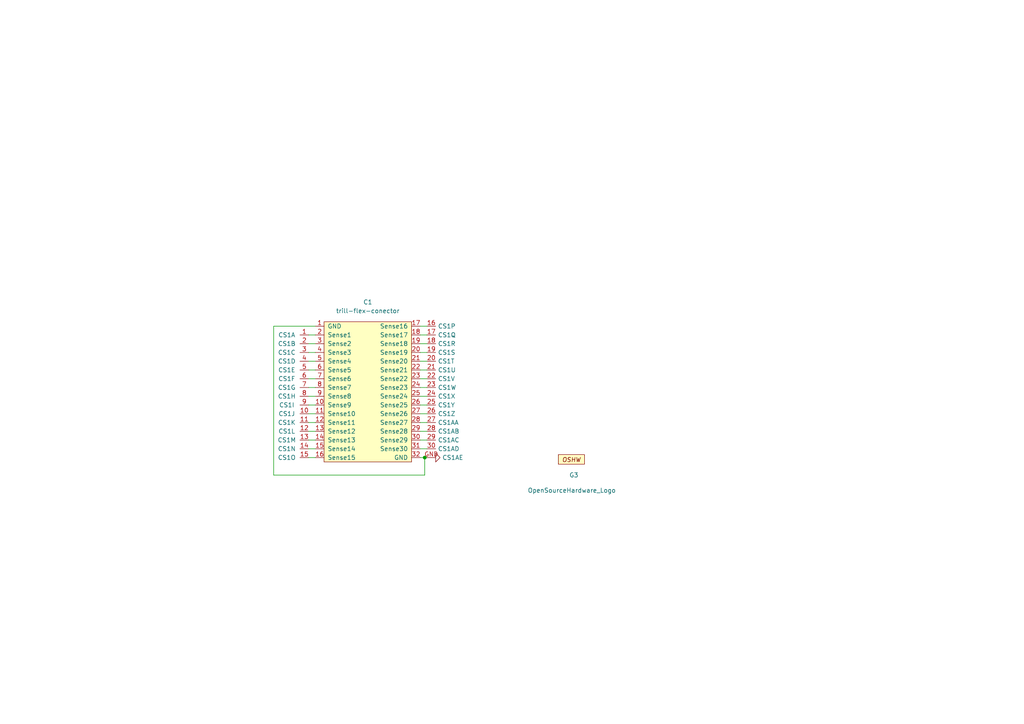
<source format=kicad_sch>
(kicad_sch (version 20230121) (generator eeschema)
  (paper "A4")
  (title_block (title "FRILL FLEX SLIDER") (date "2022-11-23") (rev "C1") (company "Bela / Augmented Instruments Ltd.") (comment 1 "https://bela.io"))
  (lib_symbols
    (symbol "TRILL:OpenSourceHardware_Logo" (pin_numbers hide) (pin_names (offset 0) hide) (in_bom no)
      (property "Reference" "G" (at 0 0 0))
      (property "Value" "OpenSourceHardware_Logo" (at 0.0508 1.9812 0))
      (symbol "OpenSourceHardware_Logo_0_0"
        (text "" (at -8.2804 -10.668 0) (effects (font (size 1.27 1.27))))
        (text "" (at -5.3594 -2.286 0) (effects (font (size 1.27 1.27))))
        (text "OSHW" (at 0 6.35 0) (effects (font (size 1.27 1.27) italic)))
      )
    )
    (symbol "TRILL:TRILL_FLEX-30_CapSense" (in_bom no)
      (property "Reference" "CS" (at 4.699 -0.127 0))
      (symbol "TRILL_FLEX-30_CapSense_1_1"
        (pin input line (at -2.54 0 0) (length 2.54) (name "") (number "1"))
      )
      (symbol "TRILL_FLEX-30_CapSense_2_1"
        (pin input line (at -2.54 0 0) (length 2.54) (name "") (number "2"))
      )
      (symbol "TRILL_FLEX-30_CapSense_3_1"
        (pin input line (at -2.54 0 0) (length 2.54) (name "") (number "3"))
      )
      (symbol "TRILL_FLEX-30_CapSense_4_1"
        (pin input line (at -2.54 0 0) (length 2.54) (name "") (number "4"))
      )
      (symbol "TRILL_FLEX-30_CapSense_5_1"
        (pin input line (at -2.54 0 0) (length 2.54) (name "") (number "5"))
      )
      (symbol "TRILL_FLEX-30_CapSense_6_1"
        (pin input line (at -2.54 0 0) (length 2.54) (name "") (number "6"))
      )
      (symbol "TRILL_FLEX-30_CapSense_7_1"
        (pin input line (at -2.54 0 0) (length 2.54) (name "") (number "7"))
      )
      (symbol "TRILL_FLEX-30_CapSense_8_1"
        (pin input line (at -2.54 0 0) (length 2.54) (name "") (number "8"))
      )
      (symbol "TRILL_FLEX-30_CapSense_9_1"
        (pin input line (at -2.54 0 0) (length 2.54) (name "") (number "9"))
      )
      (symbol "TRILL_FLEX-30_CapSense_10_1"
        (pin input line (at -2.54 0 0) (length 2.54) (name "") (number "10"))
      )
      (symbol "TRILL_FLEX-30_CapSense_11_1"
        (pin input line (at -2.54 0 0) (length 2.54) (name "") (number "11"))
      )
      (symbol "TRILL_FLEX-30_CapSense_12_1"
        (pin input line (at -2.54 0 0) (length 2.54) (name "") (number "12"))
      )
      (symbol "TRILL_FLEX-30_CapSense_13_1"
        (pin input line (at -2.54 0 0) (length 2.54) (name "") (number "13"))
      )
      (symbol "TRILL_FLEX-30_CapSense_14_1"
        (pin input line (at -2.54 0 0) (length 2.54) (name "") (number "14"))
      )
      (symbol "TRILL_FLEX-30_CapSense_15_1"
        (pin input line (at -2.54 0 0) (length 2.54) (name "") (number "15"))
      )
      (symbol "TRILL_FLEX-30_CapSense_16_1"
        (pin input line (at -2.54 0 0) (length 2.54) (name "") (number "16"))
      )
      (symbol "TRILL_FLEX-30_CapSense_17_1"
        (pin input line (at -2.54 0 0) (length 2.54) (name "") (number "17"))
      )
      (symbol "TRILL_FLEX-30_CapSense_18_1"
        (pin input line (at -2.54 0 0) (length 2.54) (name "") (number "18"))
      )
      (symbol "TRILL_FLEX-30_CapSense_19_1"
        (pin input line (at -2.54 0 0) (length 2.54) (name "") (number "19"))
      )
      (symbol "TRILL_FLEX-30_CapSense_20_1"
        (pin input line (at -2.54 0 0) (length 2.54) (name "") (number "20"))
      )
      (symbol "TRILL_FLEX-30_CapSense_21_1"
        (pin input line (at -2.54 0 0) (length 2.54) (name "") (number "21"))
      )
      (symbol "TRILL_FLEX-30_CapSense_22_1"
        (pin input line (at -2.54 0 0) (length 2.54) (name "") (number "22"))
      )
      (symbol "TRILL_FLEX-30_CapSense_23_1"
        (pin input line (at -2.54 0 0) (length 2.54) (name "") (number "23"))
      )
      (symbol "TRILL_FLEX-30_CapSense_24_1"
        (pin input line (at -2.54 0 0) (length 2.54) (name "") (number "24"))
      )
      (symbol "TRILL_FLEX-30_CapSense_25_1"
        (pin input line (at -2.54 0 0) (length 2.54) (name "") (number "25"))
      )
      (symbol "TRILL_FLEX-30_CapSense_26_1"
        (pin input line (at -2.54 0 0) (length 2.54) (name "") (number "26"))
      )
      (symbol "TRILL_FLEX-30_CapSense_27_1"
        (pin input line (at -2.54 0 0) (length 2.54) (name "") (number "27"))
      )
      (symbol "TRILL_FLEX-30_CapSense_28_1"
        (pin input line (at -2.54 0 0) (length 2.54) (name "") (number "28"))
      )
      (symbol "TRILL_FLEX-30_CapSense_29_1"
        (pin input line (at -2.54 0 0) (length 2.54) (name "") (number "29"))
      )
      (symbol "TRILL_FLEX-30_CapSense_30_1"
        (pin input line (at -2.54 0 0) (length 2.54) (name "") (number "30"))
      )
      (symbol "TRILL_FLEX-30_CapSense_31_1"
        (pin input line (at -2.54 0 0) (length 2.54) (name "") (number "GND"))
      )
    )
    (symbol "TRILL:trill-flex-conector" (pin_names (offset 1.016))
      (property "Reference" "C" (at 0 0 0))
      (property "Value" "trill-flex-conector" (at 0 2.54 0))
      (symbol "trill-flex-conector_1_1"
        (pin input line (at -15.24 -2.54 0) (length 2.54) (name "GND") (number "1"))
        (pin input line (at -15.24 -25.4 0) (length 2.54) (name "Sense9") (number "10"))
        (pin input line (at -15.24 -27.94 0) (length 2.54) (name "Sense10") (number "11"))
        (pin input line (at -15.24 -30.48 0) (length 2.54) (name "Sense11") (number "12"))
        (pin input line (at -15.24 -33.02 0) (length 2.54) (name "Sense12") (number "13"))
        (pin input line (at -15.24 -35.56 0) (length 2.54) (name "Sense13") (number "14"))
        (pin input line (at -15.24 -38.1 0) (length 2.54) (name "Sense14") (number "15"))
        (pin input line (at -15.24 -40.64 0) (length 2.54) (name "Sense15") (number "16"))
        (pin input line (at 15.24 -2.54 180) (length 2.54) (name "Sense16") (number "17"))
        (pin input line (at 15.24 -5.08 180) (length 2.54) (name "Sense17") (number "18"))
        (pin input line (at 15.24 -7.62 180) (length 2.54) (name "Sense18") (number "19"))
        (pin input line (at -15.24 -5.08 0) (length 2.54) (name "Sense1") (number "2"))
        (pin input line (at 15.24 -10.16 180) (length 2.54) (name "Sense19") (number "20"))
        (pin input line (at 15.24 -12.7 180) (length 2.54) (name "Sense20") (number "21"))
        (pin input line (at 15.24 -15.24 180) (length 2.54) (name "Sense21") (number "22"))
        (pin input line (at 15.24 -17.78 180) (length 2.54) (name "Sense22") (number "23"))
        (pin input line (at 15.24 -20.32 180) (length 2.54) (name "Sense23") (number "24"))
        (pin input line (at 15.24 -22.86 180) (length 2.54) (name "Sense24") (number "25"))
        (pin input line (at 15.24 -25.4 180) (length 2.54) (name "Sense25") (number "26"))
        (pin input line (at 15.24 -27.94 180) (length 2.54) (name "Sense26") (number "27"))
        (pin input line (at 15.24 -30.48 180) (length 2.54) (name "Sense27") (number "28"))
        (pin input line (at 15.24 -33.02 180) (length 2.54) (name "Sense28") (number "29"))
        (pin input line (at -15.24 -7.62 0) (length 2.54) (name "Sense2") (number "3"))
        (pin input line (at 15.24 -35.56 180) (length 2.54) (name "Sense29") (number "30"))
        (pin input line (at 15.24 -38.1 180) (length 2.54) (name "Sense30") (number "31"))
        (pin input line (at 15.24 -40.64 180) (length 2.54) (name "GND") (number "32"))
        (pin input line (at -15.24 -10.16 0) (length 2.54) (name "Sense3") (number "4"))
        (pin input line (at -15.24 -12.7 0) (length 2.54) (name "Sense4") (number "5"))
        (pin input line (at -15.24 -15.24 0) (length 2.54) (name "Sense5") (number "6"))
        (pin input line (at -15.24 -17.78 0) (length 2.54) (name "Sense6") (number "7"))
        (pin input line (at -15.24 -20.32 0) (length 2.54) (name "Sense7") (number "8"))
        (pin input line (at -15.24 -22.86 0) (length 2.54) (name "Sense8") (number "9"))
      )
    )
    (symbol "TRILL_FLEX-30_CapSense_1" (in_bom no)
      (property "Reference" "CS" (at 4.699 -0.127 0))
      (symbol "TRILL_FLEX-30_CapSense_1_1_1"
        (pin input line (at -2.54 0 0) (length 2.54) (name "") (number "1"))
      )
      (symbol "TRILL_FLEX-30_CapSense_1_2_1"
        (pin input line (at -2.54 0 0) (length 2.54) (name "") (number "2"))
      )
      (symbol "TRILL_FLEX-30_CapSense_1_3_1"
        (pin input line (at -2.54 0 0) (length 2.54) (name "") (number "3"))
      )
      (symbol "TRILL_FLEX-30_CapSense_1_4_1"
        (pin input line (at -2.54 0 0) (length 2.54) (name "") (number "4"))
      )
      (symbol "TRILL_FLEX-30_CapSense_1_5_1"
        (pin input line (at -2.54 0 0) (length 2.54) (name "") (number "5"))
      )
      (symbol "TRILL_FLEX-30_CapSense_1_6_1"
        (pin input line (at -2.54 0 0) (length 2.54) (name "") (number "6"))
      )
      (symbol "TRILL_FLEX-30_CapSense_1_7_1"
        (pin input line (at -2.54 0 0) (length 2.54) (name "") (number "7"))
      )
      (symbol "TRILL_FLEX-30_CapSense_1_8_1"
        (pin input line (at -2.54 0 0) (length 2.54) (name "") (number "8"))
      )
      (symbol "TRILL_FLEX-30_CapSense_1_9_1"
        (pin input line (at -2.54 0 0) (length 2.54) (name "") (number "9"))
      )
      (symbol "TRILL_FLEX-30_CapSense_1_10_1"
        (pin input line (at -2.54 0 0) (length 2.54) (name "") (number "10"))
      )
      (symbol "TRILL_FLEX-30_CapSense_1_11_1"
        (pin input line (at -2.54 0 0) (length 2.54) (name "") (number "11"))
      )
      (symbol "TRILL_FLEX-30_CapSense_1_12_1"
        (pin input line (at -2.54 0 0) (length 2.54) (name "") (number "12"))
      )
      (symbol "TRILL_FLEX-30_CapSense_1_13_1"
        (pin input line (at -2.54 0 0) (length 2.54) (name "") (number "13"))
      )
      (symbol "TRILL_FLEX-30_CapSense_1_14_1"
        (pin input line (at -2.54 0 0) (length 2.54) (name "") (number "14"))
      )
      (symbol "TRILL_FLEX-30_CapSense_1_15_1"
        (pin input line (at -2.54 0 0) (length 2.54) (name "") (number "15"))
      )
      (symbol "TRILL_FLEX-30_CapSense_1_16_1"
        (pin input line (at -2.54 0 0) (length 2.54) (name "") (number "16"))
      )
      (symbol "TRILL_FLEX-30_CapSense_1_17_1"
        (pin input line (at -2.54 0 0) (length 2.54) (name "") (number "17"))
      )
      (symbol "TRILL_FLEX-30_CapSense_1_18_1"
        (pin input line (at -2.54 0 0) (length 2.54) (name "") (number "18"))
      )
      (symbol "TRILL_FLEX-30_CapSense_1_19_1"
        (pin input line (at -2.54 0 0) (length 2.54) (name "") (number "19"))
      )
      (symbol "TRILL_FLEX-30_CapSense_1_20_1"
        (pin input line (at -2.54 0 0) (length 2.54) (name "") (number "20"))
      )
      (symbol "TRILL_FLEX-30_CapSense_1_21_1"
        (pin input line (at -2.54 0 0) (length 2.54) (name "") (number "21"))
      )
      (symbol "TRILL_FLEX-30_CapSense_1_22_1"
        (pin input line (at -2.54 0 0) (length 2.54) (name "") (number "22"))
      )
      (symbol "TRILL_FLEX-30_CapSense_1_23_1"
        (pin input line (at -2.54 0 0) (length 2.54) (name "") (number "23"))
      )
      (symbol "TRILL_FLEX-30_CapSense_1_24_1"
        (pin input line (at -2.54 0 0) (length 2.54) (name "") (number "24"))
      )
      (symbol "TRILL_FLEX-30_CapSense_1_25_1"
        (pin input line (at -2.54 0 0) (length 2.54) (name "") (number "25"))
      )
      (symbol "TRILL_FLEX-30_CapSense_1_26_1"
        (pin input line (at -2.54 0 0) (length 2.54) (name "") (number "26"))
      )
      (symbol "TRILL_FLEX-30_CapSense_1_27_1"
        (pin input line (at -2.54 0 0) (length 2.54) (name "") (number "27"))
      )
      (symbol "TRILL_FLEX-30_CapSense_1_28_1"
        (pin input line (at -2.54 0 0) (length 2.54) (name "") (number "28"))
      )
      (symbol "TRILL_FLEX-30_CapSense_1_29_1"
        (pin input line (at -2.54 0 0) (length 2.54) (name "") (number "29"))
      )
      (symbol "TRILL_FLEX-30_CapSense_1_30_1"
        (pin input line (at -2.54 0 0) (length 2.54) (name "") (number "30"))
      )
      (symbol "TRILL_FLEX-30_CapSense_1_31_1"
        (pin input line (at -2.54 0 0) (length 2.54) (name "") (number "GND"))
      )
    )
    (symbol "TRILL_FLEX-30_CapSense_10" (in_bom no)
      (property "Reference" "CS" (at 4.699 -0.127 0))
      (symbol "TRILL_FLEX-30_CapSense_10_1_1"
        (pin input line (at -2.54 0 0) (length 2.54) (name "") (number "1"))
      )
      (symbol "TRILL_FLEX-30_CapSense_10_2_1"
        (pin input line (at -2.54 0 0) (length 2.54) (name "") (number "2"))
      )
      (symbol "TRILL_FLEX-30_CapSense_10_3_1"
        (pin input line (at -2.54 0 0) (length 2.54) (name "") (number "3"))
      )
      (symbol "TRILL_FLEX-30_CapSense_10_4_1"
        (pin input line (at -2.54 0 0) (length 2.54) (name "") (number "4"))
      )
      (symbol "TRILL_FLEX-30_CapSense_10_5_1"
        (pin input line (at -2.54 0 0) (length 2.54) (name "") (number "5"))
      )
      (symbol "TRILL_FLEX-30_CapSense_10_6_1"
        (pin input line (at -2.54 0 0) (length 2.54) (name "") (number "6"))
      )
      (symbol "TRILL_FLEX-30_CapSense_10_7_1"
        (pin input line (at -2.54 0 0) (length 2.54) (name "") (number "7"))
      )
      (symbol "TRILL_FLEX-30_CapSense_10_8_1"
        (pin input line (at -2.54 0 0) (length 2.54) (name "") (number "8"))
      )
      (symbol "TRILL_FLEX-30_CapSense_10_9_1"
        (pin input line (at -2.54 0 0) (length 2.54) (name "") (number "9"))
      )
      (symbol "TRILL_FLEX-30_CapSense_10_10_1"
        (pin input line (at -2.54 0 0) (length 2.54) (name "") (number "10"))
      )
      (symbol "TRILL_FLEX-30_CapSense_10_11_1"
        (pin input line (at -2.54 0 0) (length 2.54) (name "") (number "11"))
      )
      (symbol "TRILL_FLEX-30_CapSense_10_12_1"
        (pin input line (at -2.54 0 0) (length 2.54) (name "") (number "12"))
      )
      (symbol "TRILL_FLEX-30_CapSense_10_13_1"
        (pin input line (at -2.54 0 0) (length 2.54) (name "") (number "13"))
      )
      (symbol "TRILL_FLEX-30_CapSense_10_14_1"
        (pin input line (at -2.54 0 0) (length 2.54) (name "") (number "14"))
      )
      (symbol "TRILL_FLEX-30_CapSense_10_15_1"
        (pin input line (at -2.54 0 0) (length 2.54) (name "") (number "15"))
      )
      (symbol "TRILL_FLEX-30_CapSense_10_16_1"
        (pin input line (at -2.54 0 0) (length 2.54) (name "") (number "16"))
      )
      (symbol "TRILL_FLEX-30_CapSense_10_17_1"
        (pin input line (at -2.54 0 0) (length 2.54) (name "") (number "17"))
      )
      (symbol "TRILL_FLEX-30_CapSense_10_18_1"
        (pin input line (at -2.54 0 0) (length 2.54) (name "") (number "18"))
      )
      (symbol "TRILL_FLEX-30_CapSense_10_19_1"
        (pin input line (at -2.54 0 0) (length 2.54) (name "") (number "19"))
      )
      (symbol "TRILL_FLEX-30_CapSense_10_20_1"
        (pin input line (at -2.54 0 0) (length 2.54) (name "") (number "20"))
      )
      (symbol "TRILL_FLEX-30_CapSense_10_21_1"
        (pin input line (at -2.54 0 0) (length 2.54) (name "") (number "21"))
      )
      (symbol "TRILL_FLEX-30_CapSense_10_22_1"
        (pin input line (at -2.54 0 0) (length 2.54) (name "") (number "22"))
      )
      (symbol "TRILL_FLEX-30_CapSense_10_23_1"
        (pin input line (at -2.54 0 0) (length 2.54) (name "") (number "23"))
      )
      (symbol "TRILL_FLEX-30_CapSense_10_24_1"
        (pin input line (at -2.54 0 0) (length 2.54) (name "") (number "24"))
      )
      (symbol "TRILL_FLEX-30_CapSense_10_25_1"
        (pin input line (at -2.54 0 0) (length 2.54) (name "") (number "25"))
      )
      (symbol "TRILL_FLEX-30_CapSense_10_26_1"
        (pin input line (at -2.54 0 0) (length 2.54) (name "") (number "26"))
      )
      (symbol "TRILL_FLEX-30_CapSense_10_27_1"
        (pin input line (at -2.54 0 0) (length 2.54) (name "") (number "27"))
      )
      (symbol "TRILL_FLEX-30_CapSense_10_28_1"
        (pin input line (at -2.54 0 0) (length 2.54) (name "") (number "28"))
      )
      (symbol "TRILL_FLEX-30_CapSense_10_29_1"
        (pin input line (at -2.54 0 0) (length 2.54) (name "") (number "29"))
      )
      (symbol "TRILL_FLEX-30_CapSense_10_30_1"
        (pin input line (at -2.54 0 0) (length 2.54) (name "") (number "30"))
      )
      (symbol "TRILL_FLEX-30_CapSense_10_31_1"
        (pin input line (at -2.54 0 0) (length 2.54) (name "") (number "GND"))
      )
    )
    (symbol "TRILL_FLEX-30_CapSense_11" (in_bom no)
      (property "Reference" "CS" (at 4.699 -0.127 0))
      (symbol "TRILL_FLEX-30_CapSense_11_1_1"
        (pin input line (at -2.54 0 0) (length 2.54) (name "") (number "1"))
      )
      (symbol "TRILL_FLEX-30_CapSense_11_2_1"
        (pin input line (at -2.54 0 0) (length 2.54) (name "") (number "2"))
      )
      (symbol "TRILL_FLEX-30_CapSense_11_3_1"
        (pin input line (at -2.54 0 0) (length 2.54) (name "") (number "3"))
      )
      (symbol "TRILL_FLEX-30_CapSense_11_4_1"
        (pin input line (at -2.54 0 0) (length 2.54) (name "") (number "4"))
      )
      (symbol "TRILL_FLEX-30_CapSense_11_5_1"
        (pin input line (at -2.54 0 0) (length 2.54) (name "") (number "5"))
      )
      (symbol "TRILL_FLEX-30_CapSense_11_6_1"
        (pin input line (at -2.54 0 0) (length 2.54) (name "") (number "6"))
      )
      (symbol "TRILL_FLEX-30_CapSense_11_7_1"
        (pin input line (at -2.54 0 0) (length 2.54) (name "") (number "7"))
      )
      (symbol "TRILL_FLEX-30_CapSense_11_8_1"
        (pin input line (at -2.54 0 0) (length 2.54) (name "") (number "8"))
      )
      (symbol "TRILL_FLEX-30_CapSense_11_9_1"
        (pin input line (at -2.54 0 0) (length 2.54) (name "") (number "9"))
      )
      (symbol "TRILL_FLEX-30_CapSense_11_10_1"
        (pin input line (at -2.54 0 0) (length 2.54) (name "") (number "10"))
      )
      (symbol "TRILL_FLEX-30_CapSense_11_11_1"
        (pin input line (at -2.54 0 0) (length 2.54) (name "") (number "11"))
      )
      (symbol "TRILL_FLEX-30_CapSense_11_12_1"
        (pin input line (at -2.54 0 0) (length 2.54) (name "") (number "12"))
      )
      (symbol "TRILL_FLEX-30_CapSense_11_13_1"
        (pin input line (at -2.54 0 0) (length 2.54) (name "") (number "13"))
      )
      (symbol "TRILL_FLEX-30_CapSense_11_14_1"
        (pin input line (at -2.54 0 0) (length 2.54) (name "") (number "14"))
      )
      (symbol "TRILL_FLEX-30_CapSense_11_15_1"
        (pin input line (at -2.54 0 0) (length 2.54) (name "") (number "15"))
      )
      (symbol "TRILL_FLEX-30_CapSense_11_16_1"
        (pin input line (at -2.54 0 0) (length 2.54) (name "") (number "16"))
      )
      (symbol "TRILL_FLEX-30_CapSense_11_17_1"
        (pin input line (at -2.54 0 0) (length 2.54) (name "") (number "17"))
      )
      (symbol "TRILL_FLEX-30_CapSense_11_18_1"
        (pin input line (at -2.54 0 0) (length 2.54) (name "") (number "18"))
      )
      (symbol "TRILL_FLEX-30_CapSense_11_19_1"
        (pin input line (at -2.54 0 0) (length 2.54) (name "") (number "19"))
      )
      (symbol "TRILL_FLEX-30_CapSense_11_20_1"
        (pin input line (at -2.54 0 0) (length 2.54) (name "") (number "20"))
      )
      (symbol "TRILL_FLEX-30_CapSense_11_21_1"
        (pin input line (at -2.54 0 0) (length 2.54) (name "") (number "21"))
      )
      (symbol "TRILL_FLEX-30_CapSense_11_22_1"
        (pin input line (at -2.54 0 0) (length 2.54) (name "") (number "22"))
      )
      (symbol "TRILL_FLEX-30_CapSense_11_23_1"
        (pin input line (at -2.54 0 0) (length 2.54) (name "") (number "23"))
      )
      (symbol "TRILL_FLEX-30_CapSense_11_24_1"
        (pin input line (at -2.54 0 0) (length 2.54) (name "") (number "24"))
      )
      (symbol "TRILL_FLEX-30_CapSense_11_25_1"
        (pin input line (at -2.54 0 0) (length 2.54) (name "") (number "25"))
      )
      (symbol "TRILL_FLEX-30_CapSense_11_26_1"
        (pin input line (at -2.54 0 0) (length 2.54) (name "") (number "26"))
      )
      (symbol "TRILL_FLEX-30_CapSense_11_27_1"
        (pin input line (at -2.54 0 0) (length 2.54) (name "") (number "27"))
      )
      (symbol "TRILL_FLEX-30_CapSense_11_28_1"
        (pin input line (at -2.54 0 0) (length 2.54) (name "") (number "28"))
      )
      (symbol "TRILL_FLEX-30_CapSense_11_29_1"
        (pin input line (at -2.54 0 0) (length 2.54) (name "") (number "29"))
      )
      (symbol "TRILL_FLEX-30_CapSense_11_30_1"
        (pin input line (at -2.54 0 0) (length 2.54) (name "") (number "30"))
      )
      (symbol "TRILL_FLEX-30_CapSense_11_31_1"
        (pin input line (at -2.54 0 0) (length 2.54) (name "") (number "GND"))
      )
    )
    (symbol "TRILL_FLEX-30_CapSense_12" (in_bom no)
      (property "Reference" "CS" (at 4.699 -0.127 0))
      (symbol "TRILL_FLEX-30_CapSense_12_1_1"
        (pin input line (at -2.54 0 0) (length 2.54) (name "") (number "1"))
      )
      (symbol "TRILL_FLEX-30_CapSense_12_2_1"
        (pin input line (at -2.54 0 0) (length 2.54) (name "") (number "2"))
      )
      (symbol "TRILL_FLEX-30_CapSense_12_3_1"
        (pin input line (at -2.54 0 0) (length 2.54) (name "") (number "3"))
      )
      (symbol "TRILL_FLEX-30_CapSense_12_4_1"
        (pin input line (at -2.54 0 0) (length 2.54) (name "") (number "4"))
      )
      (symbol "TRILL_FLEX-30_CapSense_12_5_1"
        (pin input line (at -2.54 0 0) (length 2.54) (name "") (number "5"))
      )
      (symbol "TRILL_FLEX-30_CapSense_12_6_1"
        (pin input line (at -2.54 0 0) (length 2.54) (name "") (number "6"))
      )
      (symbol "TRILL_FLEX-30_CapSense_12_7_1"
        (pin input line (at -2.54 0 0) (length 2.54) (name "") (number "7"))
      )
      (symbol "TRILL_FLEX-30_CapSense_12_8_1"
        (pin input line (at -2.54 0 0) (length 2.54) (name "") (number "8"))
      )
      (symbol "TRILL_FLEX-30_CapSense_12_9_1"
        (pin input line (at -2.54 0 0) (length 2.54) (name "") (number "9"))
      )
      (symbol "TRILL_FLEX-30_CapSense_12_10_1"
        (pin input line (at -2.54 0 0) (length 2.54) (name "") (number "10"))
      )
      (symbol "TRILL_FLEX-30_CapSense_12_11_1"
        (pin input line (at -2.54 0 0) (length 2.54) (name "") (number "11"))
      )
      (symbol "TRILL_FLEX-30_CapSense_12_12_1"
        (pin input line (at -2.54 0 0) (length 2.54) (name "") (number "12"))
      )
      (symbol "TRILL_FLEX-30_CapSense_12_13_1"
        (pin input line (at -2.54 0 0) (length 2.54) (name "") (number "13"))
      )
      (symbol "TRILL_FLEX-30_CapSense_12_14_1"
        (pin input line (at -2.54 0 0) (length 2.54) (name "") (number "14"))
      )
      (symbol "TRILL_FLEX-30_CapSense_12_15_1"
        (pin input line (at -2.54 0 0) (length 2.54) (name "") (number "15"))
      )
      (symbol "TRILL_FLEX-30_CapSense_12_16_1"
        (pin input line (at -2.54 0 0) (length 2.54) (name "") (number "16"))
      )
      (symbol "TRILL_FLEX-30_CapSense_12_17_1"
        (pin input line (at -2.54 0 0) (length 2.54) (name "") (number "17"))
      )
      (symbol "TRILL_FLEX-30_CapSense_12_18_1"
        (pin input line (at -2.54 0 0) (length 2.54) (name "") (number "18"))
      )
      (symbol "TRILL_FLEX-30_CapSense_12_19_1"
        (pin input line (at -2.54 0 0) (length 2.54) (name "") (number "19"))
      )
      (symbol "TRILL_FLEX-30_CapSense_12_20_1"
        (pin input line (at -2.54 0 0) (length 2.54) (name "") (number "20"))
      )
      (symbol "TRILL_FLEX-30_CapSense_12_21_1"
        (pin input line (at -2.54 0 0) (length 2.54) (name "") (number "21"))
      )
      (symbol "TRILL_FLEX-30_CapSense_12_22_1"
        (pin input line (at -2.54 0 0) (length 2.54) (name "") (number "22"))
      )
      (symbol "TRILL_FLEX-30_CapSense_12_23_1"
        (pin input line (at -2.54 0 0) (length 2.54) (name "") (number "23"))
      )
      (symbol "TRILL_FLEX-30_CapSense_12_24_1"
        (pin input line (at -2.54 0 0) (length 2.54) (name "") (number "24"))
      )
      (symbol "TRILL_FLEX-30_CapSense_12_25_1"
        (pin input line (at -2.54 0 0) (length 2.54) (name "") (number "25"))
      )
      (symbol "TRILL_FLEX-30_CapSense_12_26_1"
        (pin input line (at -2.54 0 0) (length 2.54) (name "") (number "26"))
      )
      (symbol "TRILL_FLEX-30_CapSense_12_27_1"
        (pin input line (at -2.54 0 0) (length 2.54) (name "") (number "27"))
      )
      (symbol "TRILL_FLEX-30_CapSense_12_28_1"
        (pin input line (at -2.54 0 0) (length 2.54) (name "") (number "28"))
      )
      (symbol "TRILL_FLEX-30_CapSense_12_29_1"
        (pin input line (at -2.54 0 0) (length 2.54) (name "") (number "29"))
      )
      (symbol "TRILL_FLEX-30_CapSense_12_30_1"
        (pin input line (at -2.54 0 0) (length 2.54) (name "") (number "30"))
      )
      (symbol "TRILL_FLEX-30_CapSense_12_31_1"
        (pin input line (at -2.54 0 0) (length 2.54) (name "") (number "GND"))
      )
    )
    (symbol "TRILL_FLEX-30_CapSense_13" (in_bom no)
      (property "Reference" "CS" (at 4.699 -0.127 0))
      (symbol "TRILL_FLEX-30_CapSense_13_1_1"
        (pin input line (at -2.54 0 0) (length 2.54) (name "") (number "1"))
      )
      (symbol "TRILL_FLEX-30_CapSense_13_2_1"
        (pin input line (at -2.54 0 0) (length 2.54) (name "") (number "2"))
      )
      (symbol "TRILL_FLEX-30_CapSense_13_3_1"
        (pin input line (at -2.54 0 0) (length 2.54) (name "") (number "3"))
      )
      (symbol "TRILL_FLEX-30_CapSense_13_4_1"
        (pin input line (at -2.54 0 0) (length 2.54) (name "") (number "4"))
      )
      (symbol "TRILL_FLEX-30_CapSense_13_5_1"
        (pin input line (at -2.54 0 0) (length 2.54) (name "") (number "5"))
      )
      (symbol "TRILL_FLEX-30_CapSense_13_6_1"
        (pin input line (at -2.54 0 0) (length 2.54) (name "") (number "6"))
      )
      (symbol "TRILL_FLEX-30_CapSense_13_7_1"
        (pin input line (at -2.54 0 0) (length 2.54) (name "") (number "7"))
      )
      (symbol "TRILL_FLEX-30_CapSense_13_8_1"
        (pin input line (at -2.54 0 0) (length 2.54) (name "") (number "8"))
      )
      (symbol "TRILL_FLEX-30_CapSense_13_9_1"
        (pin input line (at -2.54 0 0) (length 2.54) (name "") (number "9"))
      )
      (symbol "TRILL_FLEX-30_CapSense_13_10_1"
        (pin input line (at -2.54 0 0) (length 2.54) (name "") (number "10"))
      )
      (symbol "TRILL_FLEX-30_CapSense_13_11_1"
        (pin input line (at -2.54 0 0) (length 2.54) (name "") (number "11"))
      )
      (symbol "TRILL_FLEX-30_CapSense_13_12_1"
        (pin input line (at -2.54 0 0) (length 2.54) (name "") (number "12"))
      )
      (symbol "TRILL_FLEX-30_CapSense_13_13_1"
        (pin input line (at -2.54 0 0) (length 2.54) (name "") (number "13"))
      )
      (symbol "TRILL_FLEX-30_CapSense_13_14_1"
        (pin input line (at -2.54 0 0) (length 2.54) (name "") (number "14"))
      )
      (symbol "TRILL_FLEX-30_CapSense_13_15_1"
        (pin input line (at -2.54 0 0) (length 2.54) (name "") (number "15"))
      )
      (symbol "TRILL_FLEX-30_CapSense_13_16_1"
        (pin input line (at -2.54 0 0) (length 2.54) (name "") (number "16"))
      )
      (symbol "TRILL_FLEX-30_CapSense_13_17_1"
        (pin input line (at -2.54 0 0) (length 2.54) (name "") (number "17"))
      )
      (symbol "TRILL_FLEX-30_CapSense_13_18_1"
        (pin input line (at -2.54 0 0) (length 2.54) (name "") (number "18"))
      )
      (symbol "TRILL_FLEX-30_CapSense_13_19_1"
        (pin input line (at -2.54 0 0) (length 2.54) (name "") (number "19"))
      )
      (symbol "TRILL_FLEX-30_CapSense_13_20_1"
        (pin input line (at -2.54 0 0) (length 2.54) (name "") (number "20"))
      )
      (symbol "TRILL_FLEX-30_CapSense_13_21_1"
        (pin input line (at -2.54 0 0) (length 2.54) (name "") (number "21"))
      )
      (symbol "TRILL_FLEX-30_CapSense_13_22_1"
        (pin input line (at -2.54 0 0) (length 2.54) (name "") (number "22"))
      )
      (symbol "TRILL_FLEX-30_CapSense_13_23_1"
        (pin input line (at -2.54 0 0) (length 2.54) (name "") (number "23"))
      )
      (symbol "TRILL_FLEX-30_CapSense_13_24_1"
        (pin input line (at -2.54 0 0) (length 2.54) (name "") (number "24"))
      )
      (symbol "TRILL_FLEX-30_CapSense_13_25_1"
        (pin input line (at -2.54 0 0) (length 2.54) (name "") (number "25"))
      )
      (symbol "TRILL_FLEX-30_CapSense_13_26_1"
        (pin input line (at -2.54 0 0) (length 2.54) (name "") (number "26"))
      )
      (symbol "TRILL_FLEX-30_CapSense_13_27_1"
        (pin input line (at -2.54 0 0) (length 2.54) (name "") (number "27"))
      )
      (symbol "TRILL_FLEX-30_CapSense_13_28_1"
        (pin input line (at -2.54 0 0) (length 2.54) (name "") (number "28"))
      )
      (symbol "TRILL_FLEX-30_CapSense_13_29_1"
        (pin input line (at -2.54 0 0) (length 2.54) (name "") (number "29"))
      )
      (symbol "TRILL_FLEX-30_CapSense_13_30_1"
        (pin input line (at -2.54 0 0) (length 2.54) (name "") (number "30"))
      )
      (symbol "TRILL_FLEX-30_CapSense_13_31_1"
        (pin input line (at -2.54 0 0) (length 2.54) (name "") (number "GND"))
      )
    )
    (symbol "TRILL_FLEX-30_CapSense_14" (in_bom no)
      (property "Reference" "CS" (at 4.699 -0.127 0))
      (symbol "TRILL_FLEX-30_CapSense_14_1_1"
        (pin input line (at -2.54 0 0) (length 2.54) (name "") (number "1"))
      )
      (symbol "TRILL_FLEX-30_CapSense_14_2_1"
        (pin input line (at -2.54 0 0) (length 2.54) (name "") (number "2"))
      )
      (symbol "TRILL_FLEX-30_CapSense_14_3_1"
        (pin input line (at -2.54 0 0) (length 2.54) (name "") (number "3"))
      )
      (symbol "TRILL_FLEX-30_CapSense_14_4_1"
        (pin input line (at -2.54 0 0) (length 2.54) (name "") (number "4"))
      )
      (symbol "TRILL_FLEX-30_CapSense_14_5_1"
        (pin input line (at -2.54 0 0) (length 2.54) (name "") (number "5"))
      )
      (symbol "TRILL_FLEX-30_CapSense_14_6_1"
        (pin input line (at -2.54 0 0) (length 2.54) (name "") (number "6"))
      )
      (symbol "TRILL_FLEX-30_CapSense_14_7_1"
        (pin input line (at -2.54 0 0) (length 2.54) (name "") (number "7"))
      )
      (symbol "TRILL_FLEX-30_CapSense_14_8_1"
        (pin input line (at -2.54 0 0) (length 2.54) (name "") (number "8"))
      )
      (symbol "TRILL_FLEX-30_CapSense_14_9_1"
        (pin input line (at -2.54 0 0) (length 2.54) (name "") (number "9"))
      )
      (symbol "TRILL_FLEX-30_CapSense_14_10_1"
        (pin input line (at -2.54 0 0) (length 2.54) (name "") (number "10"))
      )
      (symbol "TRILL_FLEX-30_CapSense_14_11_1"
        (pin input line (at -2.54 0 0) (length 2.54) (name "") (number "11"))
      )
      (symbol "TRILL_FLEX-30_CapSense_14_12_1"
        (pin input line (at -2.54 0 0) (length 2.54) (name "") (number "12"))
      )
      (symbol "TRILL_FLEX-30_CapSense_14_13_1"
        (pin input line (at -2.54 0 0) (length 2.54) (name "") (number "13"))
      )
      (symbol "TRILL_FLEX-30_CapSense_14_14_1"
        (pin input line (at -2.54 0 0) (length 2.54) (name "") (number "14"))
      )
      (symbol "TRILL_FLEX-30_CapSense_14_15_1"
        (pin input line (at -2.54 0 0) (length 2.54) (name "") (number "15"))
      )
      (symbol "TRILL_FLEX-30_CapSense_14_16_1"
        (pin input line (at -2.54 0 0) (length 2.54) (name "") (number "16"))
      )
      (symbol "TRILL_FLEX-30_CapSense_14_17_1"
        (pin input line (at -2.54 0 0) (length 2.54) (name "") (number "17"))
      )
      (symbol "TRILL_FLEX-30_CapSense_14_18_1"
        (pin input line (at -2.54 0 0) (length 2.54) (name "") (number "18"))
      )
      (symbol "TRILL_FLEX-30_CapSense_14_19_1"
        (pin input line (at -2.54 0 0) (length 2.54) (name "") (number "19"))
      )
      (symbol "TRILL_FLEX-30_CapSense_14_20_1"
        (pin input line (at -2.54 0 0) (length 2.54) (name "") (number "20"))
      )
      (symbol "TRILL_FLEX-30_CapSense_14_21_1"
        (pin input line (at -2.54 0 0) (length 2.54) (name "") (number "21"))
      )
      (symbol "TRILL_FLEX-30_CapSense_14_22_1"
        (pin input line (at -2.54 0 0) (length 2.54) (name "") (number "22"))
      )
      (symbol "TRILL_FLEX-30_CapSense_14_23_1"
        (pin input line (at -2.54 0 0) (length 2.54) (name "") (number "23"))
      )
      (symbol "TRILL_FLEX-30_CapSense_14_24_1"
        (pin input line (at -2.54 0 0) (length 2.54) (name "") (number "24"))
      )
      (symbol "TRILL_FLEX-30_CapSense_14_25_1"
        (pin input line (at -2.54 0 0) (length 2.54) (name "") (number "25"))
      )
      (symbol "TRILL_FLEX-30_CapSense_14_26_1"
        (pin input line (at -2.54 0 0) (length 2.54) (name "") (number "26"))
      )
      (symbol "TRILL_FLEX-30_CapSense_14_27_1"
        (pin input line (at -2.54 0 0) (length 2.54) (name "") (number "27"))
      )
      (symbol "TRILL_FLEX-30_CapSense_14_28_1"
        (pin input line (at -2.54 0 0) (length 2.54) (name "") (number "28"))
      )
      (symbol "TRILL_FLEX-30_CapSense_14_29_1"
        (pin input line (at -2.54 0 0) (length 2.54) (name "") (number "29"))
      )
      (symbol "TRILL_FLEX-30_CapSense_14_30_1"
        (pin input line (at -2.54 0 0) (length 2.54) (name "") (number "30"))
      )
      (symbol "TRILL_FLEX-30_CapSense_14_31_1"
        (pin input line (at -2.54 0 0) (length 2.54) (name "") (number "GND"))
      )
    )
    (symbol "TRILL_FLEX-30_CapSense_15" (in_bom no)
      (property "Reference" "CS" (at 4.699 -0.127 0))
      (symbol "TRILL_FLEX-30_CapSense_15_1_1"
        (pin input line (at -2.54 0 0) (length 2.54) (name "") (number "1"))
      )
      (symbol "TRILL_FLEX-30_CapSense_15_2_1"
        (pin input line (at -2.54 0 0) (length 2.54) (name "") (number "2"))
      )
      (symbol "TRILL_FLEX-30_CapSense_15_3_1"
        (pin input line (at -2.54 0 0) (length 2.54) (name "") (number "3"))
      )
      (symbol "TRILL_FLEX-30_CapSense_15_4_1"
        (pin input line (at -2.54 0 0) (length 2.54) (name "") (number "4"))
      )
      (symbol "TRILL_FLEX-30_CapSense_15_5_1"
        (pin input line (at -2.54 0 0) (length 2.54) (name "") (number "5"))
      )
      (symbol "TRILL_FLEX-30_CapSense_15_6_1"
        (pin input line (at -2.54 0 0) (length 2.54) (name "") (number "6"))
      )
      (symbol "TRILL_FLEX-30_CapSense_15_7_1"
        (pin input line (at -2.54 0 0) (length 2.54) (name "") (number "7"))
      )
      (symbol "TRILL_FLEX-30_CapSense_15_8_1"
        (pin input line (at -2.54 0 0) (length 2.54) (name "") (number "8"))
      )
      (symbol "TRILL_FLEX-30_CapSense_15_9_1"
        (pin input line (at -2.54 0 0) (length 2.54) (name "") (number "9"))
      )
      (symbol "TRILL_FLEX-30_CapSense_15_10_1"
        (pin input line (at -2.54 0 0) (length 2.54) (name "") (number "10"))
      )
      (symbol "TRILL_FLEX-30_CapSense_15_11_1"
        (pin input line (at -2.54 0 0) (length 2.54) (name "") (number "11"))
      )
      (symbol "TRILL_FLEX-30_CapSense_15_12_1"
        (pin input line (at -2.54 0 0) (length 2.54) (name "") (number "12"))
      )
      (symbol "TRILL_FLEX-30_CapSense_15_13_1"
        (pin input line (at -2.54 0 0) (length 2.54) (name "") (number "13"))
      )
      (symbol "TRILL_FLEX-30_CapSense_15_14_1"
        (pin input line (at -2.54 0 0) (length 2.54) (name "") (number "14"))
      )
      (symbol "TRILL_FLEX-30_CapSense_15_15_1"
        (pin input line (at -2.54 0 0) (length 2.54) (name "") (number "15"))
      )
      (symbol "TRILL_FLEX-30_CapSense_15_16_1"
        (pin input line (at -2.54 0 0) (length 2.54) (name "") (number "16"))
      )
      (symbol "TRILL_FLEX-30_CapSense_15_17_1"
        (pin input line (at -2.54 0 0) (length 2.54) (name "") (number "17"))
      )
      (symbol "TRILL_FLEX-30_CapSense_15_18_1"
        (pin input line (at -2.54 0 0) (length 2.54) (name "") (number "18"))
      )
      (symbol "TRILL_FLEX-30_CapSense_15_19_1"
        (pin input line (at -2.54 0 0) (length 2.54) (name "") (number "19"))
      )
      (symbol "TRILL_FLEX-30_CapSense_15_20_1"
        (pin input line (at -2.54 0 0) (length 2.54) (name "") (number "20"))
      )
      (symbol "TRILL_FLEX-30_CapSense_15_21_1"
        (pin input line (at -2.54 0 0) (length 2.54) (name "") (number "21"))
      )
      (symbol "TRILL_FLEX-30_CapSense_15_22_1"
        (pin input line (at -2.54 0 0) (length 2.54) (name "") (number "22"))
      )
      (symbol "TRILL_FLEX-30_CapSense_15_23_1"
        (pin input line (at -2.54 0 0) (length 2.54) (name "") (number "23"))
      )
      (symbol "TRILL_FLEX-30_CapSense_15_24_1"
        (pin input line (at -2.54 0 0) (length 2.54) (name "") (number "24"))
      )
      (symbol "TRILL_FLEX-30_CapSense_15_25_1"
        (pin input line (at -2.54 0 0) (length 2.54) (name "") (number "25"))
      )
      (symbol "TRILL_FLEX-30_CapSense_15_26_1"
        (pin input line (at -2.54 0 0) (length 2.54) (name "") (number "26"))
      )
      (symbol "TRILL_FLEX-30_CapSense_15_27_1"
        (pin input line (at -2.54 0 0) (length 2.54) (name "") (number "27"))
      )
      (symbol "TRILL_FLEX-30_CapSense_15_28_1"
        (pin input line (at -2.54 0 0) (length 2.54) (name "") (number "28"))
      )
      (symbol "TRILL_FLEX-30_CapSense_15_29_1"
        (pin input line (at -2.54 0 0) (length 2.54) (name "") (number "29"))
      )
      (symbol "TRILL_FLEX-30_CapSense_15_30_1"
        (pin input line (at -2.54 0 0) (length 2.54) (name "") (number "30"))
      )
      (symbol "TRILL_FLEX-30_CapSense_15_31_1"
        (pin input line (at -2.54 0 0) (length 2.54) (name "") (number "GND"))
      )
    )
    (symbol "TRILL_FLEX-30_CapSense_16" (in_bom no)
      (property "Reference" "CS" (at 4.699 -0.127 0))
      (symbol "TRILL_FLEX-30_CapSense_16_1_1"
        (pin input line (at -2.54 0 0) (length 2.54) (name "") (number "1"))
      )
      (symbol "TRILL_FLEX-30_CapSense_16_2_1"
        (pin input line (at -2.54 0 0) (length 2.54) (name "") (number "2"))
      )
      (symbol "TRILL_FLEX-30_CapSense_16_3_1"
        (pin input line (at -2.54 0 0) (length 2.54) (name "") (number "3"))
      )
      (symbol "TRILL_FLEX-30_CapSense_16_4_1"
        (pin input line (at -2.54 0 0) (length 2.54) (name "") (number "4"))
      )
      (symbol "TRILL_FLEX-30_CapSense_16_5_1"
        (pin input line (at -2.54 0 0) (length 2.54) (name "") (number "5"))
      )
      (symbol "TRILL_FLEX-30_CapSense_16_6_1"
        (pin input line (at -2.54 0 0) (length 2.54) (name "") (number "6"))
      )
      (symbol "TRILL_FLEX-30_CapSense_16_7_1"
        (pin input line (at -2.54 0 0) (length 2.54) (name "") (number "7"))
      )
      (symbol "TRILL_FLEX-30_CapSense_16_8_1"
        (pin input line (at -2.54 0 0) (length 2.54) (name "") (number "8"))
      )
      (symbol "TRILL_FLEX-30_CapSense_16_9_1"
        (pin input line (at -2.54 0 0) (length 2.54) (name "") (number "9"))
      )
      (symbol "TRILL_FLEX-30_CapSense_16_10_1"
        (pin input line (at -2.54 0 0) (length 2.54) (name "") (number "10"))
      )
      (symbol "TRILL_FLEX-30_CapSense_16_11_1"
        (pin input line (at -2.54 0 0) (length 2.54) (name "") (number "11"))
      )
      (symbol "TRILL_FLEX-30_CapSense_16_12_1"
        (pin input line (at -2.54 0 0) (length 2.54) (name "") (number "12"))
      )
      (symbol "TRILL_FLEX-30_CapSense_16_13_1"
        (pin input line (at -2.54 0 0) (length 2.54) (name "") (number "13"))
      )
      (symbol "TRILL_FLEX-30_CapSense_16_14_1"
        (pin input line (at -2.54 0 0) (length 2.54) (name "") (number "14"))
      )
      (symbol "TRILL_FLEX-30_CapSense_16_15_1"
        (pin input line (at -2.54 0 0) (length 2.54) (name "") (number "15"))
      )
      (symbol "TRILL_FLEX-30_CapSense_16_16_1"
        (pin input line (at -2.54 0 0) (length 2.54) (name "") (number "16"))
      )
      (symbol "TRILL_FLEX-30_CapSense_16_17_1"
        (pin input line (at -2.54 0 0) (length 2.54) (name "") (number "17"))
      )
      (symbol "TRILL_FLEX-30_CapSense_16_18_1"
        (pin input line (at -2.54 0 0) (length 2.54) (name "") (number "18"))
      )
      (symbol "TRILL_FLEX-30_CapSense_16_19_1"
        (pin input line (at -2.54 0 0) (length 2.54) (name "") (number "19"))
      )
      (symbol "TRILL_FLEX-30_CapSense_16_20_1"
        (pin input line (at -2.54 0 0) (length 2.54) (name "") (number "20"))
      )
      (symbol "TRILL_FLEX-30_CapSense_16_21_1"
        (pin input line (at -2.54 0 0) (length 2.54) (name "") (number "21"))
      )
      (symbol "TRILL_FLEX-30_CapSense_16_22_1"
        (pin input line (at -2.54 0 0) (length 2.54) (name "") (number "22"))
      )
      (symbol "TRILL_FLEX-30_CapSense_16_23_1"
        (pin input line (at -2.54 0 0) (length 2.54) (name "") (number "23"))
      )
      (symbol "TRILL_FLEX-30_CapSense_16_24_1"
        (pin input line (at -2.54 0 0) (length 2.54) (name "") (number "24"))
      )
      (symbol "TRILL_FLEX-30_CapSense_16_25_1"
        (pin input line (at -2.54 0 0) (length 2.54) (name "") (number "25"))
      )
      (symbol "TRILL_FLEX-30_CapSense_16_26_1"
        (pin input line (at -2.54 0 0) (length 2.54) (name "") (number "26"))
      )
      (symbol "TRILL_FLEX-30_CapSense_16_27_1"
        (pin input line (at -2.54 0 0) (length 2.54) (name "") (number "27"))
      )
      (symbol "TRILL_FLEX-30_CapSense_16_28_1"
        (pin input line (at -2.54 0 0) (length 2.54) (name "") (number "28"))
      )
      (symbol "TRILL_FLEX-30_CapSense_16_29_1"
        (pin input line (at -2.54 0 0) (length 2.54) (name "") (number "29"))
      )
      (symbol "TRILL_FLEX-30_CapSense_16_30_1"
        (pin input line (at -2.54 0 0) (length 2.54) (name "") (number "30"))
      )
      (symbol "TRILL_FLEX-30_CapSense_16_31_1"
        (pin input line (at -2.54 0 0) (length 2.54) (name "") (number "GND"))
      )
    )
    (symbol "TRILL_FLEX-30_CapSense_17" (in_bom no)
      (property "Reference" "CS" (at 4.699 -0.127 0))
      (symbol "TRILL_FLEX-30_CapSense_17_1_1"
        (pin input line (at -2.54 0 0) (length 2.54) (name "") (number "1"))
      )
      (symbol "TRILL_FLEX-30_CapSense_17_2_1"
        (pin input line (at -2.54 0 0) (length 2.54) (name "") (number "2"))
      )
      (symbol "TRILL_FLEX-30_CapSense_17_3_1"
        (pin input line (at -2.54 0 0) (length 2.54) (name "") (number "3"))
      )
      (symbol "TRILL_FLEX-30_CapSense_17_4_1"
        (pin input line (at -2.54 0 0) (length 2.54) (name "") (number "4"))
      )
      (symbol "TRILL_FLEX-30_CapSense_17_5_1"
        (pin input line (at -2.54 0 0) (length 2.54) (name "") (number "5"))
      )
      (symbol "TRILL_FLEX-30_CapSense_17_6_1"
        (pin input line (at -2.54 0 0) (length 2.54) (name "") (number "6"))
      )
      (symbol "TRILL_FLEX-30_CapSense_17_7_1"
        (pin input line (at -2.54 0 0) (length 2.54) (name "") (number "7"))
      )
      (symbol "TRILL_FLEX-30_CapSense_17_8_1"
        (pin input line (at -2.54 0 0) (length 2.54) (name "") (number "8"))
      )
      (symbol "TRILL_FLEX-30_CapSense_17_9_1"
        (pin input line (at -2.54 0 0) (length 2.54) (name "") (number "9"))
      )
      (symbol "TRILL_FLEX-30_CapSense_17_10_1"
        (pin input line (at -2.54 0 0) (length 2.54) (name "") (number "10"))
      )
      (symbol "TRILL_FLEX-30_CapSense_17_11_1"
        (pin input line (at -2.54 0 0) (length 2.54) (name "") (number "11"))
      )
      (symbol "TRILL_FLEX-30_CapSense_17_12_1"
        (pin input line (at -2.54 0 0) (length 2.54) (name "") (number "12"))
      )
      (symbol "TRILL_FLEX-30_CapSense_17_13_1"
        (pin input line (at -2.54 0 0) (length 2.54) (name "") (number "13"))
      )
      (symbol "TRILL_FLEX-30_CapSense_17_14_1"
        (pin input line (at -2.54 0 0) (length 2.54) (name "") (number "14"))
      )
      (symbol "TRILL_FLEX-30_CapSense_17_15_1"
        (pin input line (at -2.54 0 0) (length 2.54) (name "") (number "15"))
      )
      (symbol "TRILL_FLEX-30_CapSense_17_16_1"
        (pin input line (at -2.54 0 0) (length 2.54) (name "") (number "16"))
      )
      (symbol "TRILL_FLEX-30_CapSense_17_17_1"
        (pin input line (at -2.54 0 0) (length 2.54) (name "") (number "17"))
      )
      (symbol "TRILL_FLEX-30_CapSense_17_18_1"
        (pin input line (at -2.54 0 0) (length 2.54) (name "") (number "18"))
      )
      (symbol "TRILL_FLEX-30_CapSense_17_19_1"
        (pin input line (at -2.54 0 0) (length 2.54) (name "") (number "19"))
      )
      (symbol "TRILL_FLEX-30_CapSense_17_20_1"
        (pin input line (at -2.54 0 0) (length 2.54) (name "") (number "20"))
      )
      (symbol "TRILL_FLEX-30_CapSense_17_21_1"
        (pin input line (at -2.54 0 0) (length 2.54) (name "") (number "21"))
      )
      (symbol "TRILL_FLEX-30_CapSense_17_22_1"
        (pin input line (at -2.54 0 0) (length 2.54) (name "") (number "22"))
      )
      (symbol "TRILL_FLEX-30_CapSense_17_23_1"
        (pin input line (at -2.54 0 0) (length 2.54) (name "") (number "23"))
      )
      (symbol "TRILL_FLEX-30_CapSense_17_24_1"
        (pin input line (at -2.54 0 0) (length 2.54) (name "") (number "24"))
      )
      (symbol "TRILL_FLEX-30_CapSense_17_25_1"
        (pin input line (at -2.54 0 0) (length 2.54) (name "") (number "25"))
      )
      (symbol "TRILL_FLEX-30_CapSense_17_26_1"
        (pin input line (at -2.54 0 0) (length 2.54) (name "") (number "26"))
      )
      (symbol "TRILL_FLEX-30_CapSense_17_27_1"
        (pin input line (at -2.54 0 0) (length 2.54) (name "") (number "27"))
      )
      (symbol "TRILL_FLEX-30_CapSense_17_28_1"
        (pin input line (at -2.54 0 0) (length 2.54) (name "") (number "28"))
      )
      (symbol "TRILL_FLEX-30_CapSense_17_29_1"
        (pin input line (at -2.54 0 0) (length 2.54) (name "") (number "29"))
      )
      (symbol "TRILL_FLEX-30_CapSense_17_30_1"
        (pin input line (at -2.54 0 0) (length 2.54) (name "") (number "30"))
      )
      (symbol "TRILL_FLEX-30_CapSense_17_31_1"
        (pin input line (at -2.54 0 0) (length 2.54) (name "") (number "GND"))
      )
    )
    (symbol "TRILL_FLEX-30_CapSense_18" (in_bom no)
      (property "Reference" "CS" (at 4.699 -0.127 0))
      (symbol "TRILL_FLEX-30_CapSense_18_1_1"
        (pin input line (at -2.54 0 0) (length 2.54) (name "") (number "1"))
      )
      (symbol "TRILL_FLEX-30_CapSense_18_2_1"
        (pin input line (at -2.54 0 0) (length 2.54) (name "") (number "2"))
      )
      (symbol "TRILL_FLEX-30_CapSense_18_3_1"
        (pin input line (at -2.54 0 0) (length 2.54) (name "") (number "3"))
      )
      (symbol "TRILL_FLEX-30_CapSense_18_4_1"
        (pin input line (at -2.54 0 0) (length 2.54) (name "") (number "4"))
      )
      (symbol "TRILL_FLEX-30_CapSense_18_5_1"
        (pin input line (at -2.54 0 0) (length 2.54) (name "") (number "5"))
      )
      (symbol "TRILL_FLEX-30_CapSense_18_6_1"
        (pin input line (at -2.54 0 0) (length 2.54) (name "") (number "6"))
      )
      (symbol "TRILL_FLEX-30_CapSense_18_7_1"
        (pin input line (at -2.54 0 0) (length 2.54) (name "") (number "7"))
      )
      (symbol "TRILL_FLEX-30_CapSense_18_8_1"
        (pin input line (at -2.54 0 0) (length 2.54) (name "") (number "8"))
      )
      (symbol "TRILL_FLEX-30_CapSense_18_9_1"
        (pin input line (at -2.54 0 0) (length 2.54) (name "") (number "9"))
      )
      (symbol "TRILL_FLEX-30_CapSense_18_10_1"
        (pin input line (at -2.54 0 0) (length 2.54) (name "") (number "10"))
      )
      (symbol "TRILL_FLEX-30_CapSense_18_11_1"
        (pin input line (at -2.54 0 0) (length 2.54) (name "") (number "11"))
      )
      (symbol "TRILL_FLEX-30_CapSense_18_12_1"
        (pin input line (at -2.54 0 0) (length 2.54) (name "") (number "12"))
      )
      (symbol "TRILL_FLEX-30_CapSense_18_13_1"
        (pin input line (at -2.54 0 0) (length 2.54) (name "") (number "13"))
      )
      (symbol "TRILL_FLEX-30_CapSense_18_14_1"
        (pin input line (at -2.54 0 0) (length 2.54) (name "") (number "14"))
      )
      (symbol "TRILL_FLEX-30_CapSense_18_15_1"
        (pin input line (at -2.54 0 0) (length 2.54) (name "") (number "15"))
      )
      (symbol "TRILL_FLEX-30_CapSense_18_16_1"
        (pin input line (at -2.54 0 0) (length 2.54) (name "") (number "16"))
      )
      (symbol "TRILL_FLEX-30_CapSense_18_17_1"
        (pin input line (at -2.54 0 0) (length 2.54) (name "") (number "17"))
      )
      (symbol "TRILL_FLEX-30_CapSense_18_18_1"
        (pin input line (at -2.54 0 0) (length 2.54) (name "") (number "18"))
      )
      (symbol "TRILL_FLEX-30_CapSense_18_19_1"
        (pin input line (at -2.54 0 0) (length 2.54) (name "") (number "19"))
      )
      (symbol "TRILL_FLEX-30_CapSense_18_20_1"
        (pin input line (at -2.54 0 0) (length 2.54) (name "") (number "20"))
      )
      (symbol "TRILL_FLEX-30_CapSense_18_21_1"
        (pin input line (at -2.54 0 0) (length 2.54) (name "") (number "21"))
      )
      (symbol "TRILL_FLEX-30_CapSense_18_22_1"
        (pin input line (at -2.54 0 0) (length 2.54) (name "") (number "22"))
      )
      (symbol "TRILL_FLEX-30_CapSense_18_23_1"
        (pin input line (at -2.54 0 0) (length 2.54) (name "") (number "23"))
      )
      (symbol "TRILL_FLEX-30_CapSense_18_24_1"
        (pin input line (at -2.54 0 0) (length 2.54) (name "") (number "24"))
      )
      (symbol "TRILL_FLEX-30_CapSense_18_25_1"
        (pin input line (at -2.54 0 0) (length 2.54) (name "") (number "25"))
      )
      (symbol "TRILL_FLEX-30_CapSense_18_26_1"
        (pin input line (at -2.54 0 0) (length 2.54) (name "") (number "26"))
      )
      (symbol "TRILL_FLEX-30_CapSense_18_27_1"
        (pin input line (at -2.54 0 0) (length 2.54) (name "") (number "27"))
      )
      (symbol "TRILL_FLEX-30_CapSense_18_28_1"
        (pin input line (at -2.54 0 0) (length 2.54) (name "") (number "28"))
      )
      (symbol "TRILL_FLEX-30_CapSense_18_29_1"
        (pin input line (at -2.54 0 0) (length 2.54) (name "") (number "29"))
      )
      (symbol "TRILL_FLEX-30_CapSense_18_30_1"
        (pin input line (at -2.54 0 0) (length 2.54) (name "") (number "30"))
      )
      (symbol "TRILL_FLEX-30_CapSense_18_31_1"
        (pin input line (at -2.54 0 0) (length 2.54) (name "") (number "GND"))
      )
    )
    (symbol "TRILL_FLEX-30_CapSense_19" (in_bom no)
      (property "Reference" "CS" (at 4.699 -0.127 0))
      (symbol "TRILL_FLEX-30_CapSense_19_1_1"
        (pin input line (at -2.54 0 0) (length 2.54) (name "") (number "1"))
      )
      (symbol "TRILL_FLEX-30_CapSense_19_2_1"
        (pin input line (at -2.54 0 0) (length 2.54) (name "") (number "2"))
      )
      (symbol "TRILL_FLEX-30_CapSense_19_3_1"
        (pin input line (at -2.54 0 0) (length 2.54) (name "") (number "3"))
      )
      (symbol "TRILL_FLEX-30_CapSense_19_4_1"
        (pin input line (at -2.54 0 0) (length 2.54) (name "") (number "4"))
      )
      (symbol "TRILL_FLEX-30_CapSense_19_5_1"
        (pin input line (at -2.54 0 0) (length 2.54) (name "") (number "5"))
      )
      (symbol "TRILL_FLEX-30_CapSense_19_6_1"
        (pin input line (at -2.54 0 0) (length 2.54) (name "") (number "6"))
      )
      (symbol "TRILL_FLEX-30_CapSense_19_7_1"
        (pin input line (at -2.54 0 0) (length 2.54) (name "") (number "7"))
      )
      (symbol "TRILL_FLEX-30_CapSense_19_8_1"
        (pin input line (at -2.54 0 0) (length 2.54) (name "") (number "8"))
      )
      (symbol "TRILL_FLEX-30_CapSense_19_9_1"
        (pin input line (at -2.54 0 0) (length 2.54) (name "") (number "9"))
      )
      (symbol "TRILL_FLEX-30_CapSense_19_10_1"
        (pin input line (at -2.54 0 0) (length 2.54) (name "") (number "10"))
      )
      (symbol "TRILL_FLEX-30_CapSense_19_11_1"
        (pin input line (at -2.54 0 0) (length 2.54) (name "") (number "11"))
      )
      (symbol "TRILL_FLEX-30_CapSense_19_12_1"
        (pin input line (at -2.54 0 0) (length 2.54) (name "") (number "12"))
      )
      (symbol "TRILL_FLEX-30_CapSense_19_13_1"
        (pin input line (at -2.54 0 0) (length 2.54) (name "") (number "13"))
      )
      (symbol "TRILL_FLEX-30_CapSense_19_14_1"
        (pin input line (at -2.54 0 0) (length 2.54) (name "") (number "14"))
      )
      (symbol "TRILL_FLEX-30_CapSense_19_15_1"
        (pin input line (at -2.54 0 0) (length 2.54) (name "") (number "15"))
      )
      (symbol "TRILL_FLEX-30_CapSense_19_16_1"
        (pin input line (at -2.54 0 0) (length 2.54) (name "") (number "16"))
      )
      (symbol "TRILL_FLEX-30_CapSense_19_17_1"
        (pin input line (at -2.54 0 0) (length 2.54) (name "") (number "17"))
      )
      (symbol "TRILL_FLEX-30_CapSense_19_18_1"
        (pin input line (at -2.54 0 0) (length 2.54) (name "") (number "18"))
      )
      (symbol "TRILL_FLEX-30_CapSense_19_19_1"
        (pin input line (at -2.54 0 0) (length 2.54) (name "") (number "19"))
      )
      (symbol "TRILL_FLEX-30_CapSense_19_20_1"
        (pin input line (at -2.54 0 0) (length 2.54) (name "") (number "20"))
      )
      (symbol "TRILL_FLEX-30_CapSense_19_21_1"
        (pin input line (at -2.54 0 0) (length 2.54) (name "") (number "21"))
      )
      (symbol "TRILL_FLEX-30_CapSense_19_22_1"
        (pin input line (at -2.54 0 0) (length 2.54) (name "") (number "22"))
      )
      (symbol "TRILL_FLEX-30_CapSense_19_23_1"
        (pin input line (at -2.54 0 0) (length 2.54) (name "") (number "23"))
      )
      (symbol "TRILL_FLEX-30_CapSense_19_24_1"
        (pin input line (at -2.54 0 0) (length 2.54) (name "") (number "24"))
      )
      (symbol "TRILL_FLEX-30_CapSense_19_25_1"
        (pin input line (at -2.54 0 0) (length 2.54) (name "") (number "25"))
      )
      (symbol "TRILL_FLEX-30_CapSense_19_26_1"
        (pin input line (at -2.54 0 0) (length 2.54) (name "") (number "26"))
      )
      (symbol "TRILL_FLEX-30_CapSense_19_27_1"
        (pin input line (at -2.54 0 0) (length 2.54) (name "") (number "27"))
      )
      (symbol "TRILL_FLEX-30_CapSense_19_28_1"
        (pin input line (at -2.54 0 0) (length 2.54) (name "") (number "28"))
      )
      (symbol "TRILL_FLEX-30_CapSense_19_29_1"
        (pin input line (at -2.54 0 0) (length 2.54) (name "") (number "29"))
      )
      (symbol "TRILL_FLEX-30_CapSense_19_30_1"
        (pin input line (at -2.54 0 0) (length 2.54) (name "") (number "30"))
      )
      (symbol "TRILL_FLEX-30_CapSense_19_31_1"
        (pin input line (at -2.54 0 0) (length 2.54) (name "") (number "GND"))
      )
    )
    (symbol "TRILL_FLEX-30_CapSense_2" (in_bom no)
      (property "Reference" "CS" (at 4.699 -0.127 0))
      (symbol "TRILL_FLEX-30_CapSense_2_1_1"
        (pin input line (at -2.54 0 0) (length 2.54) (name "") (number "1"))
      )
      (symbol "TRILL_FLEX-30_CapSense_2_2_1"
        (pin input line (at -2.54 0 0) (length 2.54) (name "") (number "2"))
      )
      (symbol "TRILL_FLEX-30_CapSense_2_3_1"
        (pin input line (at -2.54 0 0) (length 2.54) (name "") (number "3"))
      )
      (symbol "TRILL_FLEX-30_CapSense_2_4_1"
        (pin input line (at -2.54 0 0) (length 2.54) (name "") (number "4"))
      )
      (symbol "TRILL_FLEX-30_CapSense_2_5_1"
        (pin input line (at -2.54 0 0) (length 2.54) (name "") (number "5"))
      )
      (symbol "TRILL_FLEX-30_CapSense_2_6_1"
        (pin input line (at -2.54 0 0) (length 2.54) (name "") (number "6"))
      )
      (symbol "TRILL_FLEX-30_CapSense_2_7_1"
        (pin input line (at -2.54 0 0) (length 2.54) (name "") (number "7"))
      )
      (symbol "TRILL_FLEX-30_CapSense_2_8_1"
        (pin input line (at -2.54 0 0) (length 2.54) (name "") (number "8"))
      )
      (symbol "TRILL_FLEX-30_CapSense_2_9_1"
        (pin input line (at -2.54 0 0) (length 2.54) (name "") (number "9"))
      )
      (symbol "TRILL_FLEX-30_CapSense_2_10_1"
        (pin input line (at -2.54 0 0) (length 2.54) (name "") (number "10"))
      )
      (symbol "TRILL_FLEX-30_CapSense_2_11_1"
        (pin input line (at -2.54 0 0) (length 2.54) (name "") (number "11"))
      )
      (symbol "TRILL_FLEX-30_CapSense_2_12_1"
        (pin input line (at -2.54 0 0) (length 2.54) (name "") (number "12"))
      )
      (symbol "TRILL_FLEX-30_CapSense_2_13_1"
        (pin input line (at -2.54 0 0) (length 2.54) (name "") (number "13"))
      )
      (symbol "TRILL_FLEX-30_CapSense_2_14_1"
        (pin input line (at -2.54 0 0) (length 2.54) (name "") (number "14"))
      )
      (symbol "TRILL_FLEX-30_CapSense_2_15_1"
        (pin input line (at -2.54 0 0) (length 2.54) (name "") (number "15"))
      )
      (symbol "TRILL_FLEX-30_CapSense_2_16_1"
        (pin input line (at -2.54 0 0) (length 2.54) (name "") (number "16"))
      )
      (symbol "TRILL_FLEX-30_CapSense_2_17_1"
        (pin input line (at -2.54 0 0) (length 2.54) (name "") (number "17"))
      )
      (symbol "TRILL_FLEX-30_CapSense_2_18_1"
        (pin input line (at -2.54 0 0) (length 2.54) (name "") (number "18"))
      )
      (symbol "TRILL_FLEX-30_CapSense_2_19_1"
        (pin input line (at -2.54 0 0) (length 2.54) (name "") (number "19"))
      )
      (symbol "TRILL_FLEX-30_CapSense_2_20_1"
        (pin input line (at -2.54 0 0) (length 2.54) (name "") (number "20"))
      )
      (symbol "TRILL_FLEX-30_CapSense_2_21_1"
        (pin input line (at -2.54 0 0) (length 2.54) (name "") (number "21"))
      )
      (symbol "TRILL_FLEX-30_CapSense_2_22_1"
        (pin input line (at -2.54 0 0) (length 2.54) (name "") (number "22"))
      )
      (symbol "TRILL_FLEX-30_CapSense_2_23_1"
        (pin input line (at -2.54 0 0) (length 2.54) (name "") (number "23"))
      )
      (symbol "TRILL_FLEX-30_CapSense_2_24_1"
        (pin input line (at -2.54 0 0) (length 2.54) (name "") (number "24"))
      )
      (symbol "TRILL_FLEX-30_CapSense_2_25_1"
        (pin input line (at -2.54 0 0) (length 2.54) (name "") (number "25"))
      )
      (symbol "TRILL_FLEX-30_CapSense_2_26_1"
        (pin input line (at -2.54 0 0) (length 2.54) (name "") (number "26"))
      )
      (symbol "TRILL_FLEX-30_CapSense_2_27_1"
        (pin input line (at -2.54 0 0) (length 2.54) (name "") (number "27"))
      )
      (symbol "TRILL_FLEX-30_CapSense_2_28_1"
        (pin input line (at -2.54 0 0) (length 2.54) (name "") (number "28"))
      )
      (symbol "TRILL_FLEX-30_CapSense_2_29_1"
        (pin input line (at -2.54 0 0) (length 2.54) (name "") (number "29"))
      )
      (symbol "TRILL_FLEX-30_CapSense_2_30_1"
        (pin input line (at -2.54 0 0) (length 2.54) (name "") (number "30"))
      )
      (symbol "TRILL_FLEX-30_CapSense_2_31_1"
        (pin input line (at -2.54 0 0) (length 2.54) (name "") (number "GND"))
      )
    )
    (symbol "TRILL_FLEX-30_CapSense_20" (in_bom no)
      (property "Reference" "CS" (at 4.699 -0.127 0))
      (symbol "TRILL_FLEX-30_CapSense_20_1_1"
        (pin input line (at -2.54 0 0) (length 2.54) (name "") (number "1"))
      )
      (symbol "TRILL_FLEX-30_CapSense_20_2_1"
        (pin input line (at -2.54 0 0) (length 2.54) (name "") (number "2"))
      )
      (symbol "TRILL_FLEX-30_CapSense_20_3_1"
        (pin input line (at -2.54 0 0) (length 2.54) (name "") (number "3"))
      )
      (symbol "TRILL_FLEX-30_CapSense_20_4_1"
        (pin input line (at -2.54 0 0) (length 2.54) (name "") (number "4"))
      )
      (symbol "TRILL_FLEX-30_CapSense_20_5_1"
        (pin input line (at -2.54 0 0) (length 2.54) (name "") (number "5"))
      )
      (symbol "TRILL_FLEX-30_CapSense_20_6_1"
        (pin input line (at -2.54 0 0) (length 2.54) (name "") (number "6"))
      )
      (symbol "TRILL_FLEX-30_CapSense_20_7_1"
        (pin input line (at -2.54 0 0) (length 2.54) (name "") (number "7"))
      )
      (symbol "TRILL_FLEX-30_CapSense_20_8_1"
        (pin input line (at -2.54 0 0) (length 2.54) (name "") (number "8"))
      )
      (symbol "TRILL_FLEX-30_CapSense_20_9_1"
        (pin input line (at -2.54 0 0) (length 2.54) (name "") (number "9"))
      )
      (symbol "TRILL_FLEX-30_CapSense_20_10_1"
        (pin input line (at -2.54 0 0) (length 2.54) (name "") (number "10"))
      )
      (symbol "TRILL_FLEX-30_CapSense_20_11_1"
        (pin input line (at -2.54 0 0) (length 2.54) (name "") (number "11"))
      )
      (symbol "TRILL_FLEX-30_CapSense_20_12_1"
        (pin input line (at -2.54 0 0) (length 2.54) (name "") (number "12"))
      )
      (symbol "TRILL_FLEX-30_CapSense_20_13_1"
        (pin input line (at -2.54 0 0) (length 2.54) (name "") (number "13"))
      )
      (symbol "TRILL_FLEX-30_CapSense_20_14_1"
        (pin input line (at -2.54 0 0) (length 2.54) (name "") (number "14"))
      )
      (symbol "TRILL_FLEX-30_CapSense_20_15_1"
        (pin input line (at -2.54 0 0) (length 2.54) (name "") (number "15"))
      )
      (symbol "TRILL_FLEX-30_CapSense_20_16_1"
        (pin input line (at -2.54 0 0) (length 2.54) (name "") (number "16"))
      )
      (symbol "TRILL_FLEX-30_CapSense_20_17_1"
        (pin input line (at -2.54 0 0) (length 2.54) (name "") (number "17"))
      )
      (symbol "TRILL_FLEX-30_CapSense_20_18_1"
        (pin input line (at -2.54 0 0) (length 2.54) (name "") (number "18"))
      )
      (symbol "TRILL_FLEX-30_CapSense_20_19_1"
        (pin input line (at -2.54 0 0) (length 2.54) (name "") (number "19"))
      )
      (symbol "TRILL_FLEX-30_CapSense_20_20_1"
        (pin input line (at -2.54 0 0) (length 2.54) (name "") (number "20"))
      )
      (symbol "TRILL_FLEX-30_CapSense_20_21_1"
        (pin input line (at -2.54 0 0) (length 2.54) (name "") (number "21"))
      )
      (symbol "TRILL_FLEX-30_CapSense_20_22_1"
        (pin input line (at -2.54 0 0) (length 2.54) (name "") (number "22"))
      )
      (symbol "TRILL_FLEX-30_CapSense_20_23_1"
        (pin input line (at -2.54 0 0) (length 2.54) (name "") (number "23"))
      )
      (symbol "TRILL_FLEX-30_CapSense_20_24_1"
        (pin input line (at -2.54 0 0) (length 2.54) (name "") (number "24"))
      )
      (symbol "TRILL_FLEX-30_CapSense_20_25_1"
        (pin input line (at -2.54 0 0) (length 2.54) (name "") (number "25"))
      )
      (symbol "TRILL_FLEX-30_CapSense_20_26_1"
        (pin input line (at -2.54 0 0) (length 2.54) (name "") (number "26"))
      )
      (symbol "TRILL_FLEX-30_CapSense_20_27_1"
        (pin input line (at -2.54 0 0) (length 2.54) (name "") (number "27"))
      )
      (symbol "TRILL_FLEX-30_CapSense_20_28_1"
        (pin input line (at -2.54 0 0) (length 2.54) (name "") (number "28"))
      )
      (symbol "TRILL_FLEX-30_CapSense_20_29_1"
        (pin input line (at -2.54 0 0) (length 2.54) (name "") (number "29"))
      )
      (symbol "TRILL_FLEX-30_CapSense_20_30_1"
        (pin input line (at -2.54 0 0) (length 2.54) (name "") (number "30"))
      )
      (symbol "TRILL_FLEX-30_CapSense_20_31_1"
        (pin input line (at -2.54 0 0) (length 2.54) (name "") (number "GND"))
      )
    )
    (symbol "TRILL_FLEX-30_CapSense_21" (in_bom no)
      (property "Reference" "CS" (at 4.699 -0.127 0))
      (symbol "TRILL_FLEX-30_CapSense_21_1_1"
        (pin input line (at -2.54 0 0) (length 2.54) (name "") (number "1"))
      )
      (symbol "TRILL_FLEX-30_CapSense_21_2_1"
        (pin input line (at -2.54 0 0) (length 2.54) (name "") (number "2"))
      )
      (symbol "TRILL_FLEX-30_CapSense_21_3_1"
        (pin input line (at -2.54 0 0) (length 2.54) (name "") (number "3"))
      )
      (symbol "TRILL_FLEX-30_CapSense_21_4_1"
        (pin input line (at -2.54 0 0) (length 2.54) (name "") (number "4"))
      )
      (symbol "TRILL_FLEX-30_CapSense_21_5_1"
        (pin input line (at -2.54 0 0) (length 2.54) (name "") (number "5"))
      )
      (symbol "TRILL_FLEX-30_CapSense_21_6_1"
        (pin input line (at -2.54 0 0) (length 2.54) (name "") (number "6"))
      )
      (symbol "TRILL_FLEX-30_CapSense_21_7_1"
        (pin input line (at -2.54 0 0) (length 2.54) (name "") (number "7"))
      )
      (symbol "TRILL_FLEX-30_CapSense_21_8_1"
        (pin input line (at -2.54 0 0) (length 2.54) (name "") (number "8"))
      )
      (symbol "TRILL_FLEX-30_CapSense_21_9_1"
        (pin input line (at -2.54 0 0) (length 2.54) (name "") (number "9"))
      )
      (symbol "TRILL_FLEX-30_CapSense_21_10_1"
        (pin input line (at -2.54 0 0) (length 2.54) (name "") (number "10"))
      )
      (symbol "TRILL_FLEX-30_CapSense_21_11_1"
        (pin input line (at -2.54 0 0) (length 2.54) (name "") (number "11"))
      )
      (symbol "TRILL_FLEX-30_CapSense_21_12_1"
        (pin input line (at -2.54 0 0) (length 2.54) (name "") (number "12"))
      )
      (symbol "TRILL_FLEX-30_CapSense_21_13_1"
        (pin input line (at -2.54 0 0) (length 2.54) (name "") (number "13"))
      )
      (symbol "TRILL_FLEX-30_CapSense_21_14_1"
        (pin input line (at -2.54 0 0) (length 2.54) (name "") (number "14"))
      )
      (symbol "TRILL_FLEX-30_CapSense_21_15_1"
        (pin input line (at -2.54 0 0) (length 2.54) (name "") (number "15"))
      )
      (symbol "TRILL_FLEX-30_CapSense_21_16_1"
        (pin input line (at -2.54 0 0) (length 2.54) (name "") (number "16"))
      )
      (symbol "TRILL_FLEX-30_CapSense_21_17_1"
        (pin input line (at -2.54 0 0) (length 2.54) (name "") (number "17"))
      )
      (symbol "TRILL_FLEX-30_CapSense_21_18_1"
        (pin input line (at -2.54 0 0) (length 2.54) (name "") (number "18"))
      )
      (symbol "TRILL_FLEX-30_CapSense_21_19_1"
        (pin input line (at -2.54 0 0) (length 2.54) (name "") (number "19"))
      )
      (symbol "TRILL_FLEX-30_CapSense_21_20_1"
        (pin input line (at -2.54 0 0) (length 2.54) (name "") (number "20"))
      )
      (symbol "TRILL_FLEX-30_CapSense_21_21_1"
        (pin input line (at -2.54 0 0) (length 2.54) (name "") (number "21"))
      )
      (symbol "TRILL_FLEX-30_CapSense_21_22_1"
        (pin input line (at -2.54 0 0) (length 2.54) (name "") (number "22"))
      )
      (symbol "TRILL_FLEX-30_CapSense_21_23_1"
        (pin input line (at -2.54 0 0) (length 2.54) (name "") (number "23"))
      )
      (symbol "TRILL_FLEX-30_CapSense_21_24_1"
        (pin input line (at -2.54 0 0) (length 2.54) (name "") (number "24"))
      )
      (symbol "TRILL_FLEX-30_CapSense_21_25_1"
        (pin input line (at -2.54 0 0) (length 2.54) (name "") (number "25"))
      )
      (symbol "TRILL_FLEX-30_CapSense_21_26_1"
        (pin input line (at -2.54 0 0) (length 2.54) (name "") (number "26"))
      )
      (symbol "TRILL_FLEX-30_CapSense_21_27_1"
        (pin input line (at -2.54 0 0) (length 2.54) (name "") (number "27"))
      )
      (symbol "TRILL_FLEX-30_CapSense_21_28_1"
        (pin input line (at -2.54 0 0) (length 2.54) (name "") (number "28"))
      )
      (symbol "TRILL_FLEX-30_CapSense_21_29_1"
        (pin input line (at -2.54 0 0) (length 2.54) (name "") (number "29"))
      )
      (symbol "TRILL_FLEX-30_CapSense_21_30_1"
        (pin input line (at -2.54 0 0) (length 2.54) (name "") (number "30"))
      )
      (symbol "TRILL_FLEX-30_CapSense_21_31_1"
        (pin input line (at -2.54 0 0) (length 2.54) (name "") (number "GND"))
      )
    )
    (symbol "TRILL_FLEX-30_CapSense_22" (in_bom no)
      (property "Reference" "CS" (at 4.699 -0.127 0))
      (symbol "TRILL_FLEX-30_CapSense_22_1_1"
        (pin input line (at -2.54 0 0) (length 2.54) (name "") (number "1"))
      )
      (symbol "TRILL_FLEX-30_CapSense_22_2_1"
        (pin input line (at -2.54 0 0) (length 2.54) (name "") (number "2"))
      )
      (symbol "TRILL_FLEX-30_CapSense_22_3_1"
        (pin input line (at -2.54 0 0) (length 2.54) (name "") (number "3"))
      )
      (symbol "TRILL_FLEX-30_CapSense_22_4_1"
        (pin input line (at -2.54 0 0) (length 2.54) (name "") (number "4"))
      )
      (symbol "TRILL_FLEX-30_CapSense_22_5_1"
        (pin input line (at -2.54 0 0) (length 2.54) (name "") (number "5"))
      )
      (symbol "TRILL_FLEX-30_CapSense_22_6_1"
        (pin input line (at -2.54 0 0) (length 2.54) (name "") (number "6"))
      )
      (symbol "TRILL_FLEX-30_CapSense_22_7_1"
        (pin input line (at -2.54 0 0) (length 2.54) (name "") (number "7"))
      )
      (symbol "TRILL_FLEX-30_CapSense_22_8_1"
        (pin input line (at -2.54 0 0) (length 2.54) (name "") (number "8"))
      )
      (symbol "TRILL_FLEX-30_CapSense_22_9_1"
        (pin input line (at -2.54 0 0) (length 2.54) (name "") (number "9"))
      )
      (symbol "TRILL_FLEX-30_CapSense_22_10_1"
        (pin input line (at -2.54 0 0) (length 2.54) (name "") (number "10"))
      )
      (symbol "TRILL_FLEX-30_CapSense_22_11_1"
        (pin input line (at -2.54 0 0) (length 2.54) (name "") (number "11"))
      )
      (symbol "TRILL_FLEX-30_CapSense_22_12_1"
        (pin input line (at -2.54 0 0) (length 2.54) (name "") (number "12"))
      )
      (symbol "TRILL_FLEX-30_CapSense_22_13_1"
        (pin input line (at -2.54 0 0) (length 2.54) (name "") (number "13"))
      )
      (symbol "TRILL_FLEX-30_CapSense_22_14_1"
        (pin input line (at -2.54 0 0) (length 2.54) (name "") (number "14"))
      )
      (symbol "TRILL_FLEX-30_CapSense_22_15_1"
        (pin input line (at -2.54 0 0) (length 2.54) (name "") (number "15"))
      )
      (symbol "TRILL_FLEX-30_CapSense_22_16_1"
        (pin input line (at -2.54 0 0) (length 2.54) (name "") (number "16"))
      )
      (symbol "TRILL_FLEX-30_CapSense_22_17_1"
        (pin input line (at -2.54 0 0) (length 2.54) (name "") (number "17"))
      )
      (symbol "TRILL_FLEX-30_CapSense_22_18_1"
        (pin input line (at -2.54 0 0) (length 2.54) (name "") (number "18"))
      )
      (symbol "TRILL_FLEX-30_CapSense_22_19_1"
        (pin input line (at -2.54 0 0) (length 2.54) (name "") (number "19"))
      )
      (symbol "TRILL_FLEX-30_CapSense_22_20_1"
        (pin input line (at -2.54 0 0) (length 2.54) (name "") (number "20"))
      )
      (symbol "TRILL_FLEX-30_CapSense_22_21_1"
        (pin input line (at -2.54 0 0) (length 2.54) (name "") (number "21"))
      )
      (symbol "TRILL_FLEX-30_CapSense_22_22_1"
        (pin input line (at -2.54 0 0) (length 2.54) (name "") (number "22"))
      )
      (symbol "TRILL_FLEX-30_CapSense_22_23_1"
        (pin input line (at -2.54 0 0) (length 2.54) (name "") (number "23"))
      )
      (symbol "TRILL_FLEX-30_CapSense_22_24_1"
        (pin input line (at -2.54 0 0) (length 2.54) (name "") (number "24"))
      )
      (symbol "TRILL_FLEX-30_CapSense_22_25_1"
        (pin input line (at -2.54 0 0) (length 2.54) (name "") (number "25"))
      )
      (symbol "TRILL_FLEX-30_CapSense_22_26_1"
        (pin input line (at -2.54 0 0) (length 2.54) (name "") (number "26"))
      )
      (symbol "TRILL_FLEX-30_CapSense_22_27_1"
        (pin input line (at -2.54 0 0) (length 2.54) (name "") (number "27"))
      )
      (symbol "TRILL_FLEX-30_CapSense_22_28_1"
        (pin input line (at -2.54 0 0) (length 2.54) (name "") (number "28"))
      )
      (symbol "TRILL_FLEX-30_CapSense_22_29_1"
        (pin input line (at -2.54 0 0) (length 2.54) (name "") (number "29"))
      )
      (symbol "TRILL_FLEX-30_CapSense_22_30_1"
        (pin input line (at -2.54 0 0) (length 2.54) (name "") (number "30"))
      )
      (symbol "TRILL_FLEX-30_CapSense_22_31_1"
        (pin input line (at -2.54 0 0) (length 2.54) (name "") (number "GND"))
      )
    )
    (symbol "TRILL_FLEX-30_CapSense_23" (in_bom no)
      (property "Reference" "CS" (at 4.699 -0.127 0))
      (symbol "TRILL_FLEX-30_CapSense_23_1_1"
        (pin input line (at -2.54 0 0) (length 2.54) (name "") (number "1"))
      )
      (symbol "TRILL_FLEX-30_CapSense_23_2_1"
        (pin input line (at -2.54 0 0) (length 2.54) (name "") (number "2"))
      )
      (symbol "TRILL_FLEX-30_CapSense_23_3_1"
        (pin input line (at -2.54 0 0) (length 2.54) (name "") (number "3"))
      )
      (symbol "TRILL_FLEX-30_CapSense_23_4_1"
        (pin input line (at -2.54 0 0) (length 2.54) (name "") (number "4"))
      )
      (symbol "TRILL_FLEX-30_CapSense_23_5_1"
        (pin input line (at -2.54 0 0) (length 2.54) (name "") (number "5"))
      )
      (symbol "TRILL_FLEX-30_CapSense_23_6_1"
        (pin input line (at -2.54 0 0) (length 2.54) (name "") (number "6"))
      )
      (symbol "TRILL_FLEX-30_CapSense_23_7_1"
        (pin input line (at -2.54 0 0) (length 2.54) (name "") (number "7"))
      )
      (symbol "TRILL_FLEX-30_CapSense_23_8_1"
        (pin input line (at -2.54 0 0) (length 2.54) (name "") (number "8"))
      )
      (symbol "TRILL_FLEX-30_CapSense_23_9_1"
        (pin input line (at -2.54 0 0) (length 2.54) (name "") (number "9"))
      )
      (symbol "TRILL_FLEX-30_CapSense_23_10_1"
        (pin input line (at -2.54 0 0) (length 2.54) (name "") (number "10"))
      )
      (symbol "TRILL_FLEX-30_CapSense_23_11_1"
        (pin input line (at -2.54 0 0) (length 2.54) (name "") (number "11"))
      )
      (symbol "TRILL_FLEX-30_CapSense_23_12_1"
        (pin input line (at -2.54 0 0) (length 2.54) (name "") (number "12"))
      )
      (symbol "TRILL_FLEX-30_CapSense_23_13_1"
        (pin input line (at -2.54 0 0) (length 2.54) (name "") (number "13"))
      )
      (symbol "TRILL_FLEX-30_CapSense_23_14_1"
        (pin input line (at -2.54 0 0) (length 2.54) (name "") (number "14"))
      )
      (symbol "TRILL_FLEX-30_CapSense_23_15_1"
        (pin input line (at -2.54 0 0) (length 2.54) (name "") (number "15"))
      )
      (symbol "TRILL_FLEX-30_CapSense_23_16_1"
        (pin input line (at -2.54 0 0) (length 2.54) (name "") (number "16"))
      )
      (symbol "TRILL_FLEX-30_CapSense_23_17_1"
        (pin input line (at -2.54 0 0) (length 2.54) (name "") (number "17"))
      )
      (symbol "TRILL_FLEX-30_CapSense_23_18_1"
        (pin input line (at -2.54 0 0) (length 2.54) (name "") (number "18"))
      )
      (symbol "TRILL_FLEX-30_CapSense_23_19_1"
        (pin input line (at -2.54 0 0) (length 2.54) (name "") (number "19"))
      )
      (symbol "TRILL_FLEX-30_CapSense_23_20_1"
        (pin input line (at -2.54 0 0) (length 2.54) (name "") (number "20"))
      )
      (symbol "TRILL_FLEX-30_CapSense_23_21_1"
        (pin input line (at -2.54 0 0) (length 2.54) (name "") (number "21"))
      )
      (symbol "TRILL_FLEX-30_CapSense_23_22_1"
        (pin input line (at -2.54 0 0) (length 2.54) (name "") (number "22"))
      )
      (symbol "TRILL_FLEX-30_CapSense_23_23_1"
        (pin input line (at -2.54 0 0) (length 2.54) (name "") (number "23"))
      )
      (symbol "TRILL_FLEX-30_CapSense_23_24_1"
        (pin input line (at -2.54 0 0) (length 2.54) (name "") (number "24"))
      )
      (symbol "TRILL_FLEX-30_CapSense_23_25_1"
        (pin input line (at -2.54 0 0) (length 2.54) (name "") (number "25"))
      )
      (symbol "TRILL_FLEX-30_CapSense_23_26_1"
        (pin input line (at -2.54 0 0) (length 2.54) (name "") (number "26"))
      )
      (symbol "TRILL_FLEX-30_CapSense_23_27_1"
        (pin input line (at -2.54 0 0) (length 2.54) (name "") (number "27"))
      )
      (symbol "TRILL_FLEX-30_CapSense_23_28_1"
        (pin input line (at -2.54 0 0) (length 2.54) (name "") (number "28"))
      )
      (symbol "TRILL_FLEX-30_CapSense_23_29_1"
        (pin input line (at -2.54 0 0) (length 2.54) (name "") (number "29"))
      )
      (symbol "TRILL_FLEX-30_CapSense_23_30_1"
        (pin input line (at -2.54 0 0) (length 2.54) (name "") (number "30"))
      )
      (symbol "TRILL_FLEX-30_CapSense_23_31_1"
        (pin input line (at -2.54 0 0) (length 2.54) (name "") (number "GND"))
      )
    )
    (symbol "TRILL_FLEX-30_CapSense_24" (in_bom no)
      (property "Reference" "CS" (at 4.699 -0.127 0))
      (symbol "TRILL_FLEX-30_CapSense_24_1_1"
        (pin input line (at -2.54 0 0) (length 2.54) (name "") (number "1"))
      )
      (symbol "TRILL_FLEX-30_CapSense_24_2_1"
        (pin input line (at -2.54 0 0) (length 2.54) (name "") (number "2"))
      )
      (symbol "TRILL_FLEX-30_CapSense_24_3_1"
        (pin input line (at -2.54 0 0) (length 2.54) (name "") (number "3"))
      )
      (symbol "TRILL_FLEX-30_CapSense_24_4_1"
        (pin input line (at -2.54 0 0) (length 2.54) (name "") (number "4"))
      )
      (symbol "TRILL_FLEX-30_CapSense_24_5_1"
        (pin input line (at -2.54 0 0) (length 2.54) (name "") (number "5"))
      )
      (symbol "TRILL_FLEX-30_CapSense_24_6_1"
        (pin input line (at -2.54 0 0) (length 2.54) (name "") (number "6"))
      )
      (symbol "TRILL_FLEX-30_CapSense_24_7_1"
        (pin input line (at -2.54 0 0) (length 2.54) (name "") (number "7"))
      )
      (symbol "TRILL_FLEX-30_CapSense_24_8_1"
        (pin input line (at -2.54 0 0) (length 2.54) (name "") (number "8"))
      )
      (symbol "TRILL_FLEX-30_CapSense_24_9_1"
        (pin input line (at -2.54 0 0) (length 2.54) (name "") (number "9"))
      )
      (symbol "TRILL_FLEX-30_CapSense_24_10_1"
        (pin input line (at -2.54 0 0) (length 2.54) (name "") (number "10"))
      )
      (symbol "TRILL_FLEX-30_CapSense_24_11_1"
        (pin input line (at -2.54 0 0) (length 2.54) (name "") (number "11"))
      )
      (symbol "TRILL_FLEX-30_CapSense_24_12_1"
        (pin input line (at -2.54 0 0) (length 2.54) (name "") (number "12"))
      )
      (symbol "TRILL_FLEX-30_CapSense_24_13_1"
        (pin input line (at -2.54 0 0) (length 2.54) (name "") (number "13"))
      )
      (symbol "TRILL_FLEX-30_CapSense_24_14_1"
        (pin input line (at -2.54 0 0) (length 2.54) (name "") (number "14"))
      )
      (symbol "TRILL_FLEX-30_CapSense_24_15_1"
        (pin input line (at -2.54 0 0) (length 2.54) (name "") (number "15"))
      )
      (symbol "TRILL_FLEX-30_CapSense_24_16_1"
        (pin input line (at -2.54 0 0) (length 2.54) (name "") (number "16"))
      )
      (symbol "TRILL_FLEX-30_CapSense_24_17_1"
        (pin input line (at -2.54 0 0) (length 2.54) (name "") (number "17"))
      )
      (symbol "TRILL_FLEX-30_CapSense_24_18_1"
        (pin input line (at -2.54 0 0) (length 2.54) (name "") (number "18"))
      )
      (symbol "TRILL_FLEX-30_CapSense_24_19_1"
        (pin input line (at -2.54 0 0) (length 2.54) (name "") (number "19"))
      )
      (symbol "TRILL_FLEX-30_CapSense_24_20_1"
        (pin input line (at -2.54 0 0) (length 2.54) (name "") (number "20"))
      )
      (symbol "TRILL_FLEX-30_CapSense_24_21_1"
        (pin input line (at -2.54 0 0) (length 2.54) (name "") (number "21"))
      )
      (symbol "TRILL_FLEX-30_CapSense_24_22_1"
        (pin input line (at -2.54 0 0) (length 2.54) (name "") (number "22"))
      )
      (symbol "TRILL_FLEX-30_CapSense_24_23_1"
        (pin input line (at -2.54 0 0) (length 2.54) (name "") (number "23"))
      )
      (symbol "TRILL_FLEX-30_CapSense_24_24_1"
        (pin input line (at -2.54 0 0) (length 2.54) (name "") (number "24"))
      )
      (symbol "TRILL_FLEX-30_CapSense_24_25_1"
        (pin input line (at -2.54 0 0) (length 2.54) (name "") (number "25"))
      )
      (symbol "TRILL_FLEX-30_CapSense_24_26_1"
        (pin input line (at -2.54 0 0) (length 2.54) (name "") (number "26"))
      )
      (symbol "TRILL_FLEX-30_CapSense_24_27_1"
        (pin input line (at -2.54 0 0) (length 2.54) (name "") (number "27"))
      )
      (symbol "TRILL_FLEX-30_CapSense_24_28_1"
        (pin input line (at -2.54 0 0) (length 2.54) (name "") (number "28"))
      )
      (symbol "TRILL_FLEX-30_CapSense_24_29_1"
        (pin input line (at -2.54 0 0) (length 2.54) (name "") (number "29"))
      )
      (symbol "TRILL_FLEX-30_CapSense_24_30_1"
        (pin input line (at -2.54 0 0) (length 2.54) (name "") (number "30"))
      )
      (symbol "TRILL_FLEX-30_CapSense_24_31_1"
        (pin input line (at -2.54 0 0) (length 2.54) (name "") (number "GND"))
      )
    )
    (symbol "TRILL_FLEX-30_CapSense_25" (in_bom no)
      (property "Reference" "CS" (at 4.699 -0.127 0))
      (symbol "TRILL_FLEX-30_CapSense_25_1_1"
        (pin input line (at -2.54 0 0) (length 2.54) (name "") (number "1"))
      )
      (symbol "TRILL_FLEX-30_CapSense_25_2_1"
        (pin input line (at -2.54 0 0) (length 2.54) (name "") (number "2"))
      )
      (symbol "TRILL_FLEX-30_CapSense_25_3_1"
        (pin input line (at -2.54 0 0) (length 2.54) (name "") (number "3"))
      )
      (symbol "TRILL_FLEX-30_CapSense_25_4_1"
        (pin input line (at -2.54 0 0) (length 2.54) (name "") (number "4"))
      )
      (symbol "TRILL_FLEX-30_CapSense_25_5_1"
        (pin input line (at -2.54 0 0) (length 2.54) (name "") (number "5"))
      )
      (symbol "TRILL_FLEX-30_CapSense_25_6_1"
        (pin input line (at -2.54 0 0) (length 2.54) (name "") (number "6"))
      )
      (symbol "TRILL_FLEX-30_CapSense_25_7_1"
        (pin input line (at -2.54 0 0) (length 2.54) (name "") (number "7"))
      )
      (symbol "TRILL_FLEX-30_CapSense_25_8_1"
        (pin input line (at -2.54 0 0) (length 2.54) (name "") (number "8"))
      )
      (symbol "TRILL_FLEX-30_CapSense_25_9_1"
        (pin input line (at -2.54 0 0) (length 2.54) (name "") (number "9"))
      )
      (symbol "TRILL_FLEX-30_CapSense_25_10_1"
        (pin input line (at -2.54 0 0) (length 2.54) (name "") (number "10"))
      )
      (symbol "TRILL_FLEX-30_CapSense_25_11_1"
        (pin input line (at -2.54 0 0) (length 2.54) (name "") (number "11"))
      )
      (symbol "TRILL_FLEX-30_CapSense_25_12_1"
        (pin input line (at -2.54 0 0) (length 2.54) (name "") (number "12"))
      )
      (symbol "TRILL_FLEX-30_CapSense_25_13_1"
        (pin input line (at -2.54 0 0) (length 2.54) (name "") (number "13"))
      )
      (symbol "TRILL_FLEX-30_CapSense_25_14_1"
        (pin input line (at -2.54 0 0) (length 2.54) (name "") (number "14"))
      )
      (symbol "TRILL_FLEX-30_CapSense_25_15_1"
        (pin input line (at -2.54 0 0) (length 2.54) (name "") (number "15"))
      )
      (symbol "TRILL_FLEX-30_CapSense_25_16_1"
        (pin input line (at -2.54 0 0) (length 2.54) (name "") (number "16"))
      )
      (symbol "TRILL_FLEX-30_CapSense_25_17_1"
        (pin input line (at -2.54 0 0) (length 2.54) (name "") (number "17"))
      )
      (symbol "TRILL_FLEX-30_CapSense_25_18_1"
        (pin input line (at -2.54 0 0) (length 2.54) (name "") (number "18"))
      )
      (symbol "TRILL_FLEX-30_CapSense_25_19_1"
        (pin input line (at -2.54 0 0) (length 2.54) (name "") (number "19"))
      )
      (symbol "TRILL_FLEX-30_CapSense_25_20_1"
        (pin input line (at -2.54 0 0) (length 2.54) (name "") (number "20"))
      )
      (symbol "TRILL_FLEX-30_CapSense_25_21_1"
        (pin input line (at -2.54 0 0) (length 2.54) (name "") (number "21"))
      )
      (symbol "TRILL_FLEX-30_CapSense_25_22_1"
        (pin input line (at -2.54 0 0) (length 2.54) (name "") (number "22"))
      )
      (symbol "TRILL_FLEX-30_CapSense_25_23_1"
        (pin input line (at -2.54 0 0) (length 2.54) (name "") (number "23"))
      )
      (symbol "TRILL_FLEX-30_CapSense_25_24_1"
        (pin input line (at -2.54 0 0) (length 2.54) (name "") (number "24"))
      )
      (symbol "TRILL_FLEX-30_CapSense_25_25_1"
        (pin input line (at -2.54 0 0) (length 2.54) (name "") (number "25"))
      )
      (symbol "TRILL_FLEX-30_CapSense_25_26_1"
        (pin input line (at -2.54 0 0) (length 2.54) (name "") (number "26"))
      )
      (symbol "TRILL_FLEX-30_CapSense_25_27_1"
        (pin input line (at -2.54 0 0) (length 2.54) (name "") (number "27"))
      )
      (symbol "TRILL_FLEX-30_CapSense_25_28_1"
        (pin input line (at -2.54 0 0) (length 2.54) (name "") (number "28"))
      )
      (symbol "TRILL_FLEX-30_CapSense_25_29_1"
        (pin input line (at -2.54 0 0) (length 2.54) (name "") (number "29"))
      )
      (symbol "TRILL_FLEX-30_CapSense_25_30_1"
        (pin input line (at -2.54 0 0) (length 2.54) (name "") (number "30"))
      )
      (symbol "TRILL_FLEX-30_CapSense_25_31_1"
        (pin input line (at -2.54 0 0) (length 2.54) (name "") (number "GND"))
      )
    )
    (symbol "TRILL_FLEX-30_CapSense_26" (in_bom no)
      (property "Reference" "CS" (at 4.699 -0.127 0))
      (symbol "TRILL_FLEX-30_CapSense_26_1_1"
        (pin input line (at -2.54 0 0) (length 2.54) (name "") (number "1"))
      )
      (symbol "TRILL_FLEX-30_CapSense_26_2_1"
        (pin input line (at -2.54 0 0) (length 2.54) (name "") (number "2"))
      )
      (symbol "TRILL_FLEX-30_CapSense_26_3_1"
        (pin input line (at -2.54 0 0) (length 2.54) (name "") (number "3"))
      )
      (symbol "TRILL_FLEX-30_CapSense_26_4_1"
        (pin input line (at -2.54 0 0) (length 2.54) (name "") (number "4"))
      )
      (symbol "TRILL_FLEX-30_CapSense_26_5_1"
        (pin input line (at -2.54 0 0) (length 2.54) (name "") (number "5"))
      )
      (symbol "TRILL_FLEX-30_CapSense_26_6_1"
        (pin input line (at -2.54 0 0) (length 2.54) (name "") (number "6"))
      )
      (symbol "TRILL_FLEX-30_CapSense_26_7_1"
        (pin input line (at -2.54 0 0) (length 2.54) (name "") (number "7"))
      )
      (symbol "TRILL_FLEX-30_CapSense_26_8_1"
        (pin input line (at -2.54 0 0) (length 2.54) (name "") (number "8"))
      )
      (symbol "TRILL_FLEX-30_CapSense_26_9_1"
        (pin input line (at -2.54 0 0) (length 2.54) (name "") (number "9"))
      )
      (symbol "TRILL_FLEX-30_CapSense_26_10_1"
        (pin input line (at -2.54 0 0) (length 2.54) (name "") (number "10"))
      )
      (symbol "TRILL_FLEX-30_CapSense_26_11_1"
        (pin input line (at -2.54 0 0) (length 2.54) (name "") (number "11"))
      )
      (symbol "TRILL_FLEX-30_CapSense_26_12_1"
        (pin input line (at -2.54 0 0) (length 2.54) (name "") (number "12"))
      )
      (symbol "TRILL_FLEX-30_CapSense_26_13_1"
        (pin input line (at -2.54 0 0) (length 2.54) (name "") (number "13"))
      )
      (symbol "TRILL_FLEX-30_CapSense_26_14_1"
        (pin input line (at -2.54 0 0) (length 2.54) (name "") (number "14"))
      )
      (symbol "TRILL_FLEX-30_CapSense_26_15_1"
        (pin input line (at -2.54 0 0) (length 2.54) (name "") (number "15"))
      )
      (symbol "TRILL_FLEX-30_CapSense_26_16_1"
        (pin input line (at -2.54 0 0) (length 2.54) (name "") (number "16"))
      )
      (symbol "TRILL_FLEX-30_CapSense_26_17_1"
        (pin input line (at -2.54 0 0) (length 2.54) (name "") (number "17"))
      )
      (symbol "TRILL_FLEX-30_CapSense_26_18_1"
        (pin input line (at -2.54 0 0) (length 2.54) (name "") (number "18"))
      )
      (symbol "TRILL_FLEX-30_CapSense_26_19_1"
        (pin input line (at -2.54 0 0) (length 2.54) (name "") (number "19"))
      )
      (symbol "TRILL_FLEX-30_CapSense_26_20_1"
        (pin input line (at -2.54 0 0) (length 2.54) (name "") (number "20"))
      )
      (symbol "TRILL_FLEX-30_CapSense_26_21_1"
        (pin input line (at -2.54 0 0) (length 2.54) (name "") (number "21"))
      )
      (symbol "TRILL_FLEX-30_CapSense_26_22_1"
        (pin input line (at -2.54 0 0) (length 2.54) (name "") (number "22"))
      )
      (symbol "TRILL_FLEX-30_CapSense_26_23_1"
        (pin input line (at -2.54 0 0) (length 2.54) (name "") (number "23"))
      )
      (symbol "TRILL_FLEX-30_CapSense_26_24_1"
        (pin input line (at -2.54 0 0) (length 2.54) (name "") (number "24"))
      )
      (symbol "TRILL_FLEX-30_CapSense_26_25_1"
        (pin input line (at -2.54 0 0) (length 2.54) (name "") (number "25"))
      )
      (symbol "TRILL_FLEX-30_CapSense_26_26_1"
        (pin input line (at -2.54 0 0) (length 2.54) (name "") (number "26"))
      )
      (symbol "TRILL_FLEX-30_CapSense_26_27_1"
        (pin input line (at -2.54 0 0) (length 2.54) (name "") (number "27"))
      )
      (symbol "TRILL_FLEX-30_CapSense_26_28_1"
        (pin input line (at -2.54 0 0) (length 2.54) (name "") (number "28"))
      )
      (symbol "TRILL_FLEX-30_CapSense_26_29_1"
        (pin input line (at -2.54 0 0) (length 2.54) (name "") (number "29"))
      )
      (symbol "TRILL_FLEX-30_CapSense_26_30_1"
        (pin input line (at -2.54 0 0) (length 2.54) (name "") (number "30"))
      )
      (symbol "TRILL_FLEX-30_CapSense_26_31_1"
        (pin input line (at -2.54 0 0) (length 2.54) (name "") (number "GND"))
      )
    )
    (symbol "TRILL_FLEX-30_CapSense_27" (in_bom no)
      (property "Reference" "CS" (at 4.699 -0.127 0))
      (symbol "TRILL_FLEX-30_CapSense_27_1_1"
        (pin input line (at -2.54 0 0) (length 2.54) (name "") (number "1"))
      )
      (symbol "TRILL_FLEX-30_CapSense_27_2_1"
        (pin input line (at -2.54 0 0) (length 2.54) (name "") (number "2"))
      )
      (symbol "TRILL_FLEX-30_CapSense_27_3_1"
        (pin input line (at -2.54 0 0) (length 2.54) (name "") (number "3"))
      )
      (symbol "TRILL_FLEX-30_CapSense_27_4_1"
        (pin input line (at -2.54 0 0) (length 2.54) (name "") (number "4"))
      )
      (symbol "TRILL_FLEX-30_CapSense_27_5_1"
        (pin input line (at -2.54 0 0) (length 2.54) (name "") (number "5"))
      )
      (symbol "TRILL_FLEX-30_CapSense_27_6_1"
        (pin input line (at -2.54 0 0) (length 2.54) (name "") (number "6"))
      )
      (symbol "TRILL_FLEX-30_CapSense_27_7_1"
        (pin input line (at -2.54 0 0) (length 2.54) (name "") (number "7"))
      )
      (symbol "TRILL_FLEX-30_CapSense_27_8_1"
        (pin input line (at -2.54 0 0) (length 2.54) (name "") (number "8"))
      )
      (symbol "TRILL_FLEX-30_CapSense_27_9_1"
        (pin input line (at -2.54 0 0) (length 2.54) (name "") (number "9"))
      )
      (symbol "TRILL_FLEX-30_CapSense_27_10_1"
        (pin input line (at -2.54 0 0) (length 2.54) (name "") (number "10"))
      )
      (symbol "TRILL_FLEX-30_CapSense_27_11_1"
        (pin input line (at -2.54 0 0) (length 2.54) (name "") (number "11"))
      )
      (symbol "TRILL_FLEX-30_CapSense_27_12_1"
        (pin input line (at -2.54 0 0) (length 2.54) (name "") (number "12"))
      )
      (symbol "TRILL_FLEX-30_CapSense_27_13_1"
        (pin input line (at -2.54 0 0) (length 2.54) (name "") (number "13"))
      )
      (symbol "TRILL_FLEX-30_CapSense_27_14_1"
        (pin input line (at -2.54 0 0) (length 2.54) (name "") (number "14"))
      )
      (symbol "TRILL_FLEX-30_CapSense_27_15_1"
        (pin input line (at -2.54 0 0) (length 2.54) (name "") (number "15"))
      )
      (symbol "TRILL_FLEX-30_CapSense_27_16_1"
        (pin input line (at -2.54 0 0) (length 2.54) (name "") (number "16"))
      )
      (symbol "TRILL_FLEX-30_CapSense_27_17_1"
        (pin input line (at -2.54 0 0) (length 2.54) (name "") (number "17"))
      )
      (symbol "TRILL_FLEX-30_CapSense_27_18_1"
        (pin input line (at -2.54 0 0) (length 2.54) (name "") (number "18"))
      )
      (symbol "TRILL_FLEX-30_CapSense_27_19_1"
        (pin input line (at -2.54 0 0) (length 2.54) (name "") (number "19"))
      )
      (symbol "TRILL_FLEX-30_CapSense_27_20_1"
        (pin input line (at -2.54 0 0) (length 2.54) (name "") (number "20"))
      )
      (symbol "TRILL_FLEX-30_CapSense_27_21_1"
        (pin input line (at -2.54 0 0) (length 2.54) (name "") (number "21"))
      )
      (symbol "TRILL_FLEX-30_CapSense_27_22_1"
        (pin input line (at -2.54 0 0) (length 2.54) (name "") (number "22"))
      )
      (symbol "TRILL_FLEX-30_CapSense_27_23_1"
        (pin input line (at -2.54 0 0) (length 2.54) (name "") (number "23"))
      )
      (symbol "TRILL_FLEX-30_CapSense_27_24_1"
        (pin input line (at -2.54 0 0) (length 2.54) (name "") (number "24"))
      )
      (symbol "TRILL_FLEX-30_CapSense_27_25_1"
        (pin input line (at -2.54 0 0) (length 2.54) (name "") (number "25"))
      )
      (symbol "TRILL_FLEX-30_CapSense_27_26_1"
        (pin input line (at -2.54 0 0) (length 2.54) (name "") (number "26"))
      )
      (symbol "TRILL_FLEX-30_CapSense_27_27_1"
        (pin input line (at -2.54 0 0) (length 2.54) (name "") (number "27"))
      )
      (symbol "TRILL_FLEX-30_CapSense_27_28_1"
        (pin input line (at -2.54 0 0) (length 2.54) (name "") (number "28"))
      )
      (symbol "TRILL_FLEX-30_CapSense_27_29_1"
        (pin input line (at -2.54 0 0) (length 2.54) (name "") (number "29"))
      )
      (symbol "TRILL_FLEX-30_CapSense_27_30_1"
        (pin input line (at -2.54 0 0) (length 2.54) (name "") (number "30"))
      )
      (symbol "TRILL_FLEX-30_CapSense_27_31_1"
        (pin input line (at -2.54 0 0) (length 2.54) (name "") (number "GND"))
      )
    )
    (symbol "TRILL_FLEX-30_CapSense_28" (in_bom no)
      (property "Reference" "CS" (at 4.699 -0.127 0))
      (symbol "TRILL_FLEX-30_CapSense_28_1_1"
        (pin input line (at -2.54 0 0) (length 2.54) (name "") (number "1"))
      )
      (symbol "TRILL_FLEX-30_CapSense_28_2_1"
        (pin input line (at -2.54 0 0) (length 2.54) (name "") (number "2"))
      )
      (symbol "TRILL_FLEX-30_CapSense_28_3_1"
        (pin input line (at -2.54 0 0) (length 2.54) (name "") (number "3"))
      )
      (symbol "TRILL_FLEX-30_CapSense_28_4_1"
        (pin input line (at -2.54 0 0) (length 2.54) (name "") (number "4"))
      )
      (symbol "TRILL_FLEX-30_CapSense_28_5_1"
        (pin input line (at -2.54 0 0) (length 2.54) (name "") (number "5"))
      )
      (symbol "TRILL_FLEX-30_CapSense_28_6_1"
        (pin input line (at -2.54 0 0) (length 2.54) (name "") (number "6"))
      )
      (symbol "TRILL_FLEX-30_CapSense_28_7_1"
        (pin input line (at -2.54 0 0) (length 2.54) (name "") (number "7"))
      )
      (symbol "TRILL_FLEX-30_CapSense_28_8_1"
        (pin input line (at -2.54 0 0) (length 2.54) (name "") (number "8"))
      )
      (symbol "TRILL_FLEX-30_CapSense_28_9_1"
        (pin input line (at -2.54 0 0) (length 2.54) (name "") (number "9"))
      )
      (symbol "TRILL_FLEX-30_CapSense_28_10_1"
        (pin input line (at -2.54 0 0) (length 2.54) (name "") (number "10"))
      )
      (symbol "TRILL_FLEX-30_CapSense_28_11_1"
        (pin input line (at -2.54 0 0) (length 2.54) (name "") (number "11"))
      )
      (symbol "TRILL_FLEX-30_CapSense_28_12_1"
        (pin input line (at -2.54 0 0) (length 2.54) (name "") (number "12"))
      )
      (symbol "TRILL_FLEX-30_CapSense_28_13_1"
        (pin input line (at -2.54 0 0) (length 2.54) (name "") (number "13"))
      )
      (symbol "TRILL_FLEX-30_CapSense_28_14_1"
        (pin input line (at -2.54 0 0) (length 2.54) (name "") (number "14"))
      )
      (symbol "TRILL_FLEX-30_CapSense_28_15_1"
        (pin input line (at -2.54 0 0) (length 2.54) (name "") (number "15"))
      )
      (symbol "TRILL_FLEX-30_CapSense_28_16_1"
        (pin input line (at -2.54 0 0) (length 2.54) (name "") (number "16"))
      )
      (symbol "TRILL_FLEX-30_CapSense_28_17_1"
        (pin input line (at -2.54 0 0) (length 2.54) (name "") (number "17"))
      )
      (symbol "TRILL_FLEX-30_CapSense_28_18_1"
        (pin input line (at -2.54 0 0) (length 2.54) (name "") (number "18"))
      )
      (symbol "TRILL_FLEX-30_CapSense_28_19_1"
        (pin input line (at -2.54 0 0) (length 2.54) (name "") (number "19"))
      )
      (symbol "TRILL_FLEX-30_CapSense_28_20_1"
        (pin input line (at -2.54 0 0) (length 2.54) (name "") (number "20"))
      )
      (symbol "TRILL_FLEX-30_CapSense_28_21_1"
        (pin input line (at -2.54 0 0) (length 2.54) (name "") (number "21"))
      )
      (symbol "TRILL_FLEX-30_CapSense_28_22_1"
        (pin input line (at -2.54 0 0) (length 2.54) (name "") (number "22"))
      )
      (symbol "TRILL_FLEX-30_CapSense_28_23_1"
        (pin input line (at -2.54 0 0) (length 2.54) (name "") (number "23"))
      )
      (symbol "TRILL_FLEX-30_CapSense_28_24_1"
        (pin input line (at -2.54 0 0) (length 2.54) (name "") (number "24"))
      )
      (symbol "TRILL_FLEX-30_CapSense_28_25_1"
        (pin input line (at -2.54 0 0) (length 2.54) (name "") (number "25"))
      )
      (symbol "TRILL_FLEX-30_CapSense_28_26_1"
        (pin input line (at -2.54 0 0) (length 2.54) (name "") (number "26"))
      )
      (symbol "TRILL_FLEX-30_CapSense_28_27_1"
        (pin input line (at -2.54 0 0) (length 2.54) (name "") (number "27"))
      )
      (symbol "TRILL_FLEX-30_CapSense_28_28_1"
        (pin input line (at -2.54 0 0) (length 2.54) (name "") (number "28"))
      )
      (symbol "TRILL_FLEX-30_CapSense_28_29_1"
        (pin input line (at -2.54 0 0) (length 2.54) (name "") (number "29"))
      )
      (symbol "TRILL_FLEX-30_CapSense_28_30_1"
        (pin input line (at -2.54 0 0) (length 2.54) (name "") (number "30"))
      )
      (symbol "TRILL_FLEX-30_CapSense_28_31_1"
        (pin input line (at -2.54 0 0) (length 2.54) (name "") (number "GND"))
      )
    )
    (symbol "TRILL_FLEX-30_CapSense_29" (in_bom no)
      (property "Reference" "CS" (at 4.699 -0.127 0))
      (symbol "TRILL_FLEX-30_CapSense_29_1_1"
        (pin input line (at -2.54 0 0) (length 2.54) (name "") (number "1"))
      )
      (symbol "TRILL_FLEX-30_CapSense_29_2_1"
        (pin input line (at -2.54 0 0) (length 2.54) (name "") (number "2"))
      )
      (symbol "TRILL_FLEX-30_CapSense_29_3_1"
        (pin input line (at -2.54 0 0) (length 2.54) (name "") (number "3"))
      )
      (symbol "TRILL_FLEX-30_CapSense_29_4_1"
        (pin input line (at -2.54 0 0) (length 2.54) (name "") (number "4"))
      )
      (symbol "TRILL_FLEX-30_CapSense_29_5_1"
        (pin input line (at -2.54 0 0) (length 2.54) (name "") (number "5"))
      )
      (symbol "TRILL_FLEX-30_CapSense_29_6_1"
        (pin input line (at -2.54 0 0) (length 2.54) (name "") (number "6"))
      )
      (symbol "TRILL_FLEX-30_CapSense_29_7_1"
        (pin input line (at -2.54 0 0) (length 2.54) (name "") (number "7"))
      )
      (symbol "TRILL_FLEX-30_CapSense_29_8_1"
        (pin input line (at -2.54 0 0) (length 2.54) (name "") (number "8"))
      )
      (symbol "TRILL_FLEX-30_CapSense_29_9_1"
        (pin input line (at -2.54 0 0) (length 2.54) (name "") (number "9"))
      )
      (symbol "TRILL_FLEX-30_CapSense_29_10_1"
        (pin input line (at -2.54 0 0) (length 2.54) (name "") (number "10"))
      )
      (symbol "TRILL_FLEX-30_CapSense_29_11_1"
        (pin input line (at -2.54 0 0) (length 2.54) (name "") (number "11"))
      )
      (symbol "TRILL_FLEX-30_CapSense_29_12_1"
        (pin input line (at -2.54 0 0) (length 2.54) (name "") (number "12"))
      )
      (symbol "TRILL_FLEX-30_CapSense_29_13_1"
        (pin input line (at -2.54 0 0) (length 2.54) (name "") (number "13"))
      )
      (symbol "TRILL_FLEX-30_CapSense_29_14_1"
        (pin input line (at -2.54 0 0) (length 2.54) (name "") (number "14"))
      )
      (symbol "TRILL_FLEX-30_CapSense_29_15_1"
        (pin input line (at -2.54 0 0) (length 2.54) (name "") (number "15"))
      )
      (symbol "TRILL_FLEX-30_CapSense_29_16_1"
        (pin input line (at -2.54 0 0) (length 2.54) (name "") (number "16"))
      )
      (symbol "TRILL_FLEX-30_CapSense_29_17_1"
        (pin input line (at -2.54 0 0) (length 2.54) (name "") (number "17"))
      )
      (symbol "TRILL_FLEX-30_CapSense_29_18_1"
        (pin input line (at -2.54 0 0) (length 2.54) (name "") (number "18"))
      )
      (symbol "TRILL_FLEX-30_CapSense_29_19_1"
        (pin input line (at -2.54 0 0) (length 2.54) (name "") (number "19"))
      )
      (symbol "TRILL_FLEX-30_CapSense_29_20_1"
        (pin input line (at -2.54 0 0) (length 2.54) (name "") (number "20"))
      )
      (symbol "TRILL_FLEX-30_CapSense_29_21_1"
        (pin input line (at -2.54 0 0) (length 2.54) (name "") (number "21"))
      )
      (symbol "TRILL_FLEX-30_CapSense_29_22_1"
        (pin input line (at -2.54 0 0) (length 2.54) (name "") (number "22"))
      )
      (symbol "TRILL_FLEX-30_CapSense_29_23_1"
        (pin input line (at -2.54 0 0) (length 2.54) (name "") (number "23"))
      )
      (symbol "TRILL_FLEX-30_CapSense_29_24_1"
        (pin input line (at -2.54 0 0) (length 2.54) (name "") (number "24"))
      )
      (symbol "TRILL_FLEX-30_CapSense_29_25_1"
        (pin input line (at -2.54 0 0) (length 2.54) (name "") (number "25"))
      )
      (symbol "TRILL_FLEX-30_CapSense_29_26_1"
        (pin input line (at -2.54 0 0) (length 2.54) (name "") (number "26"))
      )
      (symbol "TRILL_FLEX-30_CapSense_29_27_1"
        (pin input line (at -2.54 0 0) (length 2.54) (name "") (number "27"))
      )
      (symbol "TRILL_FLEX-30_CapSense_29_28_1"
        (pin input line (at -2.54 0 0) (length 2.54) (name "") (number "28"))
      )
      (symbol "TRILL_FLEX-30_CapSense_29_29_1"
        (pin input line (at -2.54 0 0) (length 2.54) (name "") (number "29"))
      )
      (symbol "TRILL_FLEX-30_CapSense_29_30_1"
        (pin input line (at -2.54 0 0) (length 2.54) (name "") (number "30"))
      )
      (symbol "TRILL_FLEX-30_CapSense_29_31_1"
        (pin input line (at -2.54 0 0) (length 2.54) (name "") (number "GND"))
      )
    )
    (symbol "TRILL_FLEX-30_CapSense_3" (in_bom no)
      (property "Reference" "CS" (at 4.699 -0.127 0))
      (symbol "TRILL_FLEX-30_CapSense_3_1_1"
        (pin input line (at -2.54 0 0) (length 2.54) (name "") (number "1"))
      )
      (symbol "TRILL_FLEX-30_CapSense_3_2_1"
        (pin input line (at -2.54 0 0) (length 2.54) (name "") (number "2"))
      )
      (symbol "TRILL_FLEX-30_CapSense_3_3_1"
        (pin input line (at -2.54 0 0) (length 2.54) (name "") (number "3"))
      )
      (symbol "TRILL_FLEX-30_CapSense_3_4_1"
        (pin input line (at -2.54 0 0) (length 2.54) (name "") (number "4"))
      )
      (symbol "TRILL_FLEX-30_CapSense_3_5_1"
        (pin input line (at -2.54 0 0) (length 2.54) (name "") (number "5"))
      )
      (symbol "TRILL_FLEX-30_CapSense_3_6_1"
        (pin input line (at -2.54 0 0) (length 2.54) (name "") (number "6"))
      )
      (symbol "TRILL_FLEX-30_CapSense_3_7_1"
        (pin input line (at -2.54 0 0) (length 2.54) (name "") (number "7"))
      )
      (symbol "TRILL_FLEX-30_CapSense_3_8_1"
        (pin input line (at -2.54 0 0) (length 2.54) (name "") (number "8"))
      )
      (symbol "TRILL_FLEX-30_CapSense_3_9_1"
        (pin input line (at -2.54 0 0) (length 2.54) (name "") (number "9"))
      )
      (symbol "TRILL_FLEX-30_CapSense_3_10_1"
        (pin input line (at -2.54 0 0) (length 2.54) (name "") (number "10"))
      )
      (symbol "TRILL_FLEX-30_CapSense_3_11_1"
        (pin input line (at -2.54 0 0) (length 2.54) (name "") (number "11"))
      )
      (symbol "TRILL_FLEX-30_CapSense_3_12_1"
        (pin input line (at -2.54 0 0) (length 2.54) (name "") (number "12"))
      )
      (symbol "TRILL_FLEX-30_CapSense_3_13_1"
        (pin input line (at -2.54 0 0) (length 2.54) (name "") (number "13"))
      )
      (symbol "TRILL_FLEX-30_CapSense_3_14_1"
        (pin input line (at -2.54 0 0) (length 2.54) (name "") (number "14"))
      )
      (symbol "TRILL_FLEX-30_CapSense_3_15_1"
        (pin input line (at -2.54 0 0) (length 2.54) (name "") (number "15"))
      )
      (symbol "TRILL_FLEX-30_CapSense_3_16_1"
        (pin input line (at -2.54 0 0) (length 2.54) (name "") (number "16"))
      )
      (symbol "TRILL_FLEX-30_CapSense_3_17_1"
        (pin input line (at -2.54 0 0) (length 2.54) (name "") (number "17"))
      )
      (symbol "TRILL_FLEX-30_CapSense_3_18_1"
        (pin input line (at -2.54 0 0) (length 2.54) (name "") (number "18"))
      )
      (symbol "TRILL_FLEX-30_CapSense_3_19_1"
        (pin input line (at -2.54 0 0) (length 2.54) (name "") (number "19"))
      )
      (symbol "TRILL_FLEX-30_CapSense_3_20_1"
        (pin input line (at -2.54 0 0) (length 2.54) (name "") (number "20"))
      )
      (symbol "TRILL_FLEX-30_CapSense_3_21_1"
        (pin input line (at -2.54 0 0) (length 2.54) (name "") (number "21"))
      )
      (symbol "TRILL_FLEX-30_CapSense_3_22_1"
        (pin input line (at -2.54 0 0) (length 2.54) (name "") (number "22"))
      )
      (symbol "TRILL_FLEX-30_CapSense_3_23_1"
        (pin input line (at -2.54 0 0) (length 2.54) (name "") (number "23"))
      )
      (symbol "TRILL_FLEX-30_CapSense_3_24_1"
        (pin input line (at -2.54 0 0) (length 2.54) (name "") (number "24"))
      )
      (symbol "TRILL_FLEX-30_CapSense_3_25_1"
        (pin input line (at -2.54 0 0) (length 2.54) (name "") (number "25"))
      )
      (symbol "TRILL_FLEX-30_CapSense_3_26_1"
        (pin input line (at -2.54 0 0) (length 2.54) (name "") (number "26"))
      )
      (symbol "TRILL_FLEX-30_CapSense_3_27_1"
        (pin input line (at -2.54 0 0) (length 2.54) (name "") (number "27"))
      )
      (symbol "TRILL_FLEX-30_CapSense_3_28_1"
        (pin input line (at -2.54 0 0) (length 2.54) (name "") (number "28"))
      )
      (symbol "TRILL_FLEX-30_CapSense_3_29_1"
        (pin input line (at -2.54 0 0) (length 2.54) (name "") (number "29"))
      )
      (symbol "TRILL_FLEX-30_CapSense_3_30_1"
        (pin input line (at -2.54 0 0) (length 2.54) (name "") (number "30"))
      )
      (symbol "TRILL_FLEX-30_CapSense_3_31_1"
        (pin input line (at -2.54 0 0) (length 2.54) (name "") (number "GND"))
      )
    )
    (symbol "TRILL_FLEX-30_CapSense_30" (in_bom no)
      (property "Reference" "CS" (at 4.699 -0.127 0))
      (symbol "TRILL_FLEX-30_CapSense_30_1_1"
        (pin input line (at -2.54 0 0) (length 2.54) (name "") (number "1"))
      )
      (symbol "TRILL_FLEX-30_CapSense_30_2_1"
        (pin input line (at -2.54 0 0) (length 2.54) (name "") (number "2"))
      )
      (symbol "TRILL_FLEX-30_CapSense_30_3_1"
        (pin input line (at -2.54 0 0) (length 2.54) (name "") (number "3"))
      )
      (symbol "TRILL_FLEX-30_CapSense_30_4_1"
        (pin input line (at -2.54 0 0) (length 2.54) (name "") (number "4"))
      )
      (symbol "TRILL_FLEX-30_CapSense_30_5_1"
        (pin input line (at -2.54 0 0) (length 2.54) (name "") (number "5"))
      )
      (symbol "TRILL_FLEX-30_CapSense_30_6_1"
        (pin input line (at -2.54 0 0) (length 2.54) (name "") (number "6"))
      )
      (symbol "TRILL_FLEX-30_CapSense_30_7_1"
        (pin input line (at -2.54 0 0) (length 2.54) (name "") (number "7"))
      )
      (symbol "TRILL_FLEX-30_CapSense_30_8_1"
        (pin input line (at -2.54 0 0) (length 2.54) (name "") (number "8"))
      )
      (symbol "TRILL_FLEX-30_CapSense_30_9_1"
        (pin input line (at -2.54 0 0) (length 2.54) (name "") (number "9"))
      )
      (symbol "TRILL_FLEX-30_CapSense_30_10_1"
        (pin input line (at -2.54 0 0) (length 2.54) (name "") (number "10"))
      )
      (symbol "TRILL_FLEX-30_CapSense_30_11_1"
        (pin input line (at -2.54 0 0) (length 2.54) (name "") (number "11"))
      )
      (symbol "TRILL_FLEX-30_CapSense_30_12_1"
        (pin input line (at -2.54 0 0) (length 2.54) (name "") (number "12"))
      )
      (symbol "TRILL_FLEX-30_CapSense_30_13_1"
        (pin input line (at -2.54 0 0) (length 2.54) (name "") (number "13"))
      )
      (symbol "TRILL_FLEX-30_CapSense_30_14_1"
        (pin input line (at -2.54 0 0) (length 2.54) (name "") (number "14"))
      )
      (symbol "TRILL_FLEX-30_CapSense_30_15_1"
        (pin input line (at -2.54 0 0) (length 2.54) (name "") (number "15"))
      )
      (symbol "TRILL_FLEX-30_CapSense_30_16_1"
        (pin input line (at -2.54 0 0) (length 2.54) (name "") (number "16"))
      )
      (symbol "TRILL_FLEX-30_CapSense_30_17_1"
        (pin input line (at -2.54 0 0) (length 2.54) (name "") (number "17"))
      )
      (symbol "TRILL_FLEX-30_CapSense_30_18_1"
        (pin input line (at -2.54 0 0) (length 2.54) (name "") (number "18"))
      )
      (symbol "TRILL_FLEX-30_CapSense_30_19_1"
        (pin input line (at -2.54 0 0) (length 2.54) (name "") (number "19"))
      )
      (symbol "TRILL_FLEX-30_CapSense_30_20_1"
        (pin input line (at -2.54 0 0) (length 2.54) (name "") (number "20"))
      )
      (symbol "TRILL_FLEX-30_CapSense_30_21_1"
        (pin input line (at -2.54 0 0) (length 2.54) (name "") (number "21"))
      )
      (symbol "TRILL_FLEX-30_CapSense_30_22_1"
        (pin input line (at -2.54 0 0) (length 2.54) (name "") (number "22"))
      )
      (symbol "TRILL_FLEX-30_CapSense_30_23_1"
        (pin input line (at -2.54 0 0) (length 2.54) (name "") (number "23"))
      )
      (symbol "TRILL_FLEX-30_CapSense_30_24_1"
        (pin input line (at -2.54 0 0) (length 2.54) (name "") (number "24"))
      )
      (symbol "TRILL_FLEX-30_CapSense_30_25_1"
        (pin input line (at -2.54 0 0) (length 2.54) (name "") (number "25"))
      )
      (symbol "TRILL_FLEX-30_CapSense_30_26_1"
        (pin input line (at -2.54 0 0) (length 2.54) (name "") (number "26"))
      )
      (symbol "TRILL_FLEX-30_CapSense_30_27_1"
        (pin input line (at -2.54 0 0) (length 2.54) (name "") (number "27"))
      )
      (symbol "TRILL_FLEX-30_CapSense_30_28_1"
        (pin input line (at -2.54 0 0) (length 2.54) (name "") (number "28"))
      )
      (symbol "TRILL_FLEX-30_CapSense_30_29_1"
        (pin input line (at -2.54 0 0) (length 2.54) (name "") (number "29"))
      )
      (symbol "TRILL_FLEX-30_CapSense_30_30_1"
        (pin input line (at -2.54 0 0) (length 2.54) (name "") (number "30"))
      )
      (symbol "TRILL_FLEX-30_CapSense_30_31_1"
        (pin input line (at -2.54 0 0) (length 2.54) (name "") (number "GND"))
      )
    )
    (symbol "TRILL_FLEX-30_CapSense_4" (in_bom no)
      (property "Reference" "CS" (at 4.699 -0.127 0))
      (symbol "TRILL_FLEX-30_CapSense_4_1_1"
        (pin input line (at -2.54 0 0) (length 2.54) (name "") (number "1"))
      )
      (symbol "TRILL_FLEX-30_CapSense_4_2_1"
        (pin input line (at -2.54 0 0) (length 2.54) (name "") (number "2"))
      )
      (symbol "TRILL_FLEX-30_CapSense_4_3_1"
        (pin input line (at -2.54 0 0) (length 2.54) (name "") (number "3"))
      )
      (symbol "TRILL_FLEX-30_CapSense_4_4_1"
        (pin input line (at -2.54 0 0) (length 2.54) (name "") (number "4"))
      )
      (symbol "TRILL_FLEX-30_CapSense_4_5_1"
        (pin input line (at -2.54 0 0) (length 2.54) (name "") (number "5"))
      )
      (symbol "TRILL_FLEX-30_CapSense_4_6_1"
        (pin input line (at -2.54 0 0) (length 2.54) (name "") (number "6"))
      )
      (symbol "TRILL_FLEX-30_CapSense_4_7_1"
        (pin input line (at -2.54 0 0) (length 2.54) (name "") (number "7"))
      )
      (symbol "TRILL_FLEX-30_CapSense_4_8_1"
        (pin input line (at -2.54 0 0) (length 2.54) (name "") (number "8"))
      )
      (symbol "TRILL_FLEX-30_CapSense_4_9_1"
        (pin input line (at -2.54 0 0) (length 2.54) (name "") (number "9"))
      )
      (symbol "TRILL_FLEX-30_CapSense_4_10_1"
        (pin input line (at -2.54 0 0) (length 2.54) (name "") (number "10"))
      )
      (symbol "TRILL_FLEX-30_CapSense_4_11_1"
        (pin input line (at -2.54 0 0) (length 2.54) (name "") (number "11"))
      )
      (symbol "TRILL_FLEX-30_CapSense_4_12_1"
        (pin input line (at -2.54 0 0) (length 2.54) (name "") (number "12"))
      )
      (symbol "TRILL_FLEX-30_CapSense_4_13_1"
        (pin input line (at -2.54 0 0) (length 2.54) (name "") (number "13"))
      )
      (symbol "TRILL_FLEX-30_CapSense_4_14_1"
        (pin input line (at -2.54 0 0) (length 2.54) (name "") (number "14"))
      )
      (symbol "TRILL_FLEX-30_CapSense_4_15_1"
        (pin input line (at -2.54 0 0) (length 2.54) (name "") (number "15"))
      )
      (symbol "TRILL_FLEX-30_CapSense_4_16_1"
        (pin input line (at -2.54 0 0) (length 2.54) (name "") (number "16"))
      )
      (symbol "TRILL_FLEX-30_CapSense_4_17_1"
        (pin input line (at -2.54 0 0) (length 2.54) (name "") (number "17"))
      )
      (symbol "TRILL_FLEX-30_CapSense_4_18_1"
        (pin input line (at -2.54 0 0) (length 2.54) (name "") (number "18"))
      )
      (symbol "TRILL_FLEX-30_CapSense_4_19_1"
        (pin input line (at -2.54 0 0) (length 2.54) (name "") (number "19"))
      )
      (symbol "TRILL_FLEX-30_CapSense_4_20_1"
        (pin input line (at -2.54 0 0) (length 2.54) (name "") (number "20"))
      )
      (symbol "TRILL_FLEX-30_CapSense_4_21_1"
        (pin input line (at -2.54 0 0) (length 2.54) (name "") (number "21"))
      )
      (symbol "TRILL_FLEX-30_CapSense_4_22_1"
        (pin input line (at -2.54 0 0) (length 2.54) (name "") (number "22"))
      )
      (symbol "TRILL_FLEX-30_CapSense_4_23_1"
        (pin input line (at -2.54 0 0) (length 2.54) (name "") (number "23"))
      )
      (symbol "TRILL_FLEX-30_CapSense_4_24_1"
        (pin input line (at -2.54 0 0) (length 2.54) (name "") (number "24"))
      )
      (symbol "TRILL_FLEX-30_CapSense_4_25_1"
        (pin input line (at -2.54 0 0) (length 2.54) (name "") (number "25"))
      )
      (symbol "TRILL_FLEX-30_CapSense_4_26_1"
        (pin input line (at -2.54 0 0) (length 2.54) (name "") (number "26"))
      )
      (symbol "TRILL_FLEX-30_CapSense_4_27_1"
        (pin input line (at -2.54 0 0) (length 2.54) (name "") (number "27"))
      )
      (symbol "TRILL_FLEX-30_CapSense_4_28_1"
        (pin input line (at -2.54 0 0) (length 2.54) (name "") (number "28"))
      )
      (symbol "TRILL_FLEX-30_CapSense_4_29_1"
        (pin input line (at -2.54 0 0) (length 2.54) (name "") (number "29"))
      )
      (symbol "TRILL_FLEX-30_CapSense_4_30_1"
        (pin input line (at -2.54 0 0) (length 2.54) (name "") (number "30"))
      )
      (symbol "TRILL_FLEX-30_CapSense_4_31_1"
        (pin input line (at -2.54 0 0) (length 2.54) (name "") (number "GND"))
      )
    )
    (symbol "TRILL_FLEX-30_CapSense_5" (in_bom no)
      (property "Reference" "CS" (at 4.699 -0.127 0))
      (symbol "TRILL_FLEX-30_CapSense_5_1_1"
        (pin input line (at -2.54 0 0) (length 2.54) (name "") (number "1"))
      )
      (symbol "TRILL_FLEX-30_CapSense_5_2_1"
        (pin input line (at -2.54 0 0) (length 2.54) (name "") (number "2"))
      )
      (symbol "TRILL_FLEX-30_CapSense_5_3_1"
        (pin input line (at -2.54 0 0) (length 2.54) (name "") (number "3"))
      )
      (symbol "TRILL_FLEX-30_CapSense_5_4_1"
        (pin input line (at -2.54 0 0) (length 2.54) (name "") (number "4"))
      )
      (symbol "TRILL_FLEX-30_CapSense_5_5_1"
        (pin input line (at -2.54 0 0) (length 2.54) (name "") (number "5"))
      )
      (symbol "TRILL_FLEX-30_CapSense_5_6_1"
        (pin input line (at -2.54 0 0) (length 2.54) (name "") (number "6"))
      )
      (symbol "TRILL_FLEX-30_CapSense_5_7_1"
        (pin input line (at -2.54 0 0) (length 2.54) (name "") (number "7"))
      )
      (symbol "TRILL_FLEX-30_CapSense_5_8_1"
        (pin input line (at -2.54 0 0) (length 2.54) (name "") (number "8"))
      )
      (symbol "TRILL_FLEX-30_CapSense_5_9_1"
        (pin input line (at -2.54 0 0) (length 2.54) (name "") (number "9"))
      )
      (symbol "TRILL_FLEX-30_CapSense_5_10_1"
        (pin input line (at -2.54 0 0) (length 2.54) (name "") (number "10"))
      )
      (symbol "TRILL_FLEX-30_CapSense_5_11_1"
        (pin input line (at -2.54 0 0) (length 2.54) (name "") (number "11"))
      )
      (symbol "TRILL_FLEX-30_CapSense_5_12_1"
        (pin input line (at -2.54 0 0) (length 2.54) (name "") (number "12"))
      )
      (symbol "TRILL_FLEX-30_CapSense_5_13_1"
        (pin input line (at -2.54 0 0) (length 2.54) (name "") (number "13"))
      )
      (symbol "TRILL_FLEX-30_CapSense_5_14_1"
        (pin input line (at -2.54 0 0) (length 2.54) (name "") (number "14"))
      )
      (symbol "TRILL_FLEX-30_CapSense_5_15_1"
        (pin input line (at -2.54 0 0) (length 2.54) (name "") (number "15"))
      )
      (symbol "TRILL_FLEX-30_CapSense_5_16_1"
        (pin input line (at -2.54 0 0) (length 2.54) (name "") (number "16"))
      )
      (symbol "TRILL_FLEX-30_CapSense_5_17_1"
        (pin input line (at -2.54 0 0) (length 2.54) (name "") (number "17"))
      )
      (symbol "TRILL_FLEX-30_CapSense_5_18_1"
        (pin input line (at -2.54 0 0) (length 2.54) (name "") (number "18"))
      )
      (symbol "TRILL_FLEX-30_CapSense_5_19_1"
        (pin input line (at -2.54 0 0) (length 2.54) (name "") (number "19"))
      )
      (symbol "TRILL_FLEX-30_CapSense_5_20_1"
        (pin input line (at -2.54 0 0) (length 2.54) (name "") (number "20"))
      )
      (symbol "TRILL_FLEX-30_CapSense_5_21_1"
        (pin input line (at -2.54 0 0) (length 2.54) (name "") (number "21"))
      )
      (symbol "TRILL_FLEX-30_CapSense_5_22_1"
        (pin input line (at -2.54 0 0) (length 2.54) (name "") (number "22"))
      )
      (symbol "TRILL_FLEX-30_CapSense_5_23_1"
        (pin input line (at -2.54 0 0) (length 2.54) (name "") (number "23"))
      )
      (symbol "TRILL_FLEX-30_CapSense_5_24_1"
        (pin input line (at -2.54 0 0) (length 2.54) (name "") (number "24"))
      )
      (symbol "TRILL_FLEX-30_CapSense_5_25_1"
        (pin input line (at -2.54 0 0) (length 2.54) (name "") (number "25"))
      )
      (symbol "TRILL_FLEX-30_CapSense_5_26_1"
        (pin input line (at -2.54 0 0) (length 2.54) (name "") (number "26"))
      )
      (symbol "TRILL_FLEX-30_CapSense_5_27_1"
        (pin input line (at -2.54 0 0) (length 2.54) (name "") (number "27"))
      )
      (symbol "TRILL_FLEX-30_CapSense_5_28_1"
        (pin input line (at -2.54 0 0) (length 2.54) (name "") (number "28"))
      )
      (symbol "TRILL_FLEX-30_CapSense_5_29_1"
        (pin input line (at -2.54 0 0) (length 2.54) (name "") (number "29"))
      )
      (symbol "TRILL_FLEX-30_CapSense_5_30_1"
        (pin input line (at -2.54 0 0) (length 2.54) (name "") (number "30"))
      )
      (symbol "TRILL_FLEX-30_CapSense_5_31_1"
        (pin input line (at -2.54 0 0) (length 2.54) (name "") (number "GND"))
      )
    )
    (symbol "TRILL_FLEX-30_CapSense_6" (in_bom no)
      (property "Reference" "CS" (at 4.699 -0.127 0))
      (symbol "TRILL_FLEX-30_CapSense_6_1_1"
        (pin input line (at -2.54 0 0) (length 2.54) (name "") (number "1"))
      )
      (symbol "TRILL_FLEX-30_CapSense_6_2_1"
        (pin input line (at -2.54 0 0) (length 2.54) (name "") (number "2"))
      )
      (symbol "TRILL_FLEX-30_CapSense_6_3_1"
        (pin input line (at -2.54 0 0) (length 2.54) (name "") (number "3"))
      )
      (symbol "TRILL_FLEX-30_CapSense_6_4_1"
        (pin input line (at -2.54 0 0) (length 2.54) (name "") (number "4"))
      )
      (symbol "TRILL_FLEX-30_CapSense_6_5_1"
        (pin input line (at -2.54 0 0) (length 2.54) (name "") (number "5"))
      )
      (symbol "TRILL_FLEX-30_CapSense_6_6_1"
        (pin input line (at -2.54 0 0) (length 2.54) (name "") (number "6"))
      )
      (symbol "TRILL_FLEX-30_CapSense_6_7_1"
        (pin input line (at -2.54 0 0) (length 2.54) (name "") (number "7"))
      )
      (symbol "TRILL_FLEX-30_CapSense_6_8_1"
        (pin input line (at -2.54 0 0) (length 2.54) (name "") (number "8"))
      )
      (symbol "TRILL_FLEX-30_CapSense_6_9_1"
        (pin input line (at -2.54 0 0) (length 2.54) (name "") (number "9"))
      )
      (symbol "TRILL_FLEX-30_CapSense_6_10_1"
        (pin input line (at -2.54 0 0) (length 2.54) (name "") (number "10"))
      )
      (symbol "TRILL_FLEX-30_CapSense_6_11_1"
        (pin input line (at -2.54 0 0) (length 2.54) (name "") (number "11"))
      )
      (symbol "TRILL_FLEX-30_CapSense_6_12_1"
        (pin input line (at -2.54 0 0) (length 2.54) (name "") (number "12"))
      )
      (symbol "TRILL_FLEX-30_CapSense_6_13_1"
        (pin input line (at -2.54 0 0) (length 2.54) (name "") (number "13"))
      )
      (symbol "TRILL_FLEX-30_CapSense_6_14_1"
        (pin input line (at -2.54 0 0) (length 2.54) (name "") (number "14"))
      )
      (symbol "TRILL_FLEX-30_CapSense_6_15_1"
        (pin input line (at -2.54 0 0) (length 2.54) (name "") (number "15"))
      )
      (symbol "TRILL_FLEX-30_CapSense_6_16_1"
        (pin input line (at -2.54 0 0) (length 2.54) (name "") (number "16"))
      )
      (symbol "TRILL_FLEX-30_CapSense_6_17_1"
        (pin input line (at -2.54 0 0) (length 2.54) (name "") (number "17"))
      )
      (symbol "TRILL_FLEX-30_CapSense_6_18_1"
        (pin input line (at -2.54 0 0) (length 2.54) (name "") (number "18"))
      )
      (symbol "TRILL_FLEX-30_CapSense_6_19_1"
        (pin input line (at -2.54 0 0) (length 2.54) (name "") (number "19"))
      )
      (symbol "TRILL_FLEX-30_CapSense_6_20_1"
        (pin input line (at -2.54 0 0) (length 2.54) (name "") (number "20"))
      )
      (symbol "TRILL_FLEX-30_CapSense_6_21_1"
        (pin input line (at -2.54 0 0) (length 2.54) (name "") (number "21"))
      )
      (symbol "TRILL_FLEX-30_CapSense_6_22_1"
        (pin input line (at -2.54 0 0) (length 2.54) (name "") (number "22"))
      )
      (symbol "TRILL_FLEX-30_CapSense_6_23_1"
        (pin input line (at -2.54 0 0) (length 2.54) (name "") (number "23"))
      )
      (symbol "TRILL_FLEX-30_CapSense_6_24_1"
        (pin input line (at -2.54 0 0) (length 2.54) (name "") (number "24"))
      )
      (symbol "TRILL_FLEX-30_CapSense_6_25_1"
        (pin input line (at -2.54 0 0) (length 2.54) (name "") (number "25"))
      )
      (symbol "TRILL_FLEX-30_CapSense_6_26_1"
        (pin input line (at -2.54 0 0) (length 2.54) (name "") (number "26"))
      )
      (symbol "TRILL_FLEX-30_CapSense_6_27_1"
        (pin input line (at -2.54 0 0) (length 2.54) (name "") (number "27"))
      )
      (symbol "TRILL_FLEX-30_CapSense_6_28_1"
        (pin input line (at -2.54 0 0) (length 2.54) (name "") (number "28"))
      )
      (symbol "TRILL_FLEX-30_CapSense_6_29_1"
        (pin input line (at -2.54 0 0) (length 2.54) (name "") (number "29"))
      )
      (symbol "TRILL_FLEX-30_CapSense_6_30_1"
        (pin input line (at -2.54 0 0) (length 2.54) (name "") (number "30"))
      )
      (symbol "TRILL_FLEX-30_CapSense_6_31_1"
        (pin input line (at -2.54 0 0) (length 2.54) (name "") (number "GND"))
      )
    )
    (symbol "TRILL_FLEX-30_CapSense_7" (in_bom no)
      (property "Reference" "CS" (at 4.699 -0.127 0))
      (symbol "TRILL_FLEX-30_CapSense_7_1_1"
        (pin input line (at -2.54 0 0) (length 2.54) (name "") (number "1"))
      )
      (symbol "TRILL_FLEX-30_CapSense_7_2_1"
        (pin input line (at -2.54 0 0) (length 2.54) (name "") (number "2"))
      )
      (symbol "TRILL_FLEX-30_CapSense_7_3_1"
        (pin input line (at -2.54 0 0) (length 2.54) (name "") (number "3"))
      )
      (symbol "TRILL_FLEX-30_CapSense_7_4_1"
        (pin input line (at -2.54 0 0) (length 2.54) (name "") (number "4"))
      )
      (symbol "TRILL_FLEX-30_CapSense_7_5_1"
        (pin input line (at -2.54 0 0) (length 2.54) (name "") (number "5"))
      )
      (symbol "TRILL_FLEX-30_CapSense_7_6_1"
        (pin input line (at -2.54 0 0) (length 2.54) (name "") (number "6"))
      )
      (symbol "TRILL_FLEX-30_CapSense_7_7_1"
        (pin input line (at -2.54 0 0) (length 2.54) (name "") (number "7"))
      )
      (symbol "TRILL_FLEX-30_CapSense_7_8_1"
        (pin input line (at -2.54 0 0) (length 2.54) (name "") (number "8"))
      )
      (symbol "TRILL_FLEX-30_CapSense_7_9_1"
        (pin input line (at -2.54 0 0) (length 2.54) (name "") (number "9"))
      )
      (symbol "TRILL_FLEX-30_CapSense_7_10_1"
        (pin input line (at -2.54 0 0) (length 2.54) (name "") (number "10"))
      )
      (symbol "TRILL_FLEX-30_CapSense_7_11_1"
        (pin input line (at -2.54 0 0) (length 2.54) (name "") (number "11"))
      )
      (symbol "TRILL_FLEX-30_CapSense_7_12_1"
        (pin input line (at -2.54 0 0) (length 2.54) (name "") (number "12"))
      )
      (symbol "TRILL_FLEX-30_CapSense_7_13_1"
        (pin input line (at -2.54 0 0) (length 2.54) (name "") (number "13"))
      )
      (symbol "TRILL_FLEX-30_CapSense_7_14_1"
        (pin input line (at -2.54 0 0) (length 2.54) (name "") (number "14"))
      )
      (symbol "TRILL_FLEX-30_CapSense_7_15_1"
        (pin input line (at -2.54 0 0) (length 2.54) (name "") (number "15"))
      )
      (symbol "TRILL_FLEX-30_CapSense_7_16_1"
        (pin input line (at -2.54 0 0) (length 2.54) (name "") (number "16"))
      )
      (symbol "TRILL_FLEX-30_CapSense_7_17_1"
        (pin input line (at -2.54 0 0) (length 2.54) (name "") (number "17"))
      )
      (symbol "TRILL_FLEX-30_CapSense_7_18_1"
        (pin input line (at -2.54 0 0) (length 2.54) (name "") (number "18"))
      )
      (symbol "TRILL_FLEX-30_CapSense_7_19_1"
        (pin input line (at -2.54 0 0) (length 2.54) (name "") (number "19"))
      )
      (symbol "TRILL_FLEX-30_CapSense_7_20_1"
        (pin input line (at -2.54 0 0) (length 2.54) (name "") (number "20"))
      )
      (symbol "TRILL_FLEX-30_CapSense_7_21_1"
        (pin input line (at -2.54 0 0) (length 2.54) (name "") (number "21"))
      )
      (symbol "TRILL_FLEX-30_CapSense_7_22_1"
        (pin input line (at -2.54 0 0) (length 2.54) (name "") (number "22"))
      )
      (symbol "TRILL_FLEX-30_CapSense_7_23_1"
        (pin input line (at -2.54 0 0) (length 2.54) (name "") (number "23"))
      )
      (symbol "TRILL_FLEX-30_CapSense_7_24_1"
        (pin input line (at -2.54 0 0) (length 2.54) (name "") (number "24"))
      )
      (symbol "TRILL_FLEX-30_CapSense_7_25_1"
        (pin input line (at -2.54 0 0) (length 2.54) (name "") (number "25"))
      )
      (symbol "TRILL_FLEX-30_CapSense_7_26_1"
        (pin input line (at -2.54 0 0) (length 2.54) (name "") (number "26"))
      )
      (symbol "TRILL_FLEX-30_CapSense_7_27_1"
        (pin input line (at -2.54 0 0) (length 2.54) (name "") (number "27"))
      )
      (symbol "TRILL_FLEX-30_CapSense_7_28_1"
        (pin input line (at -2.54 0 0) (length 2.54) (name "") (number "28"))
      )
      (symbol "TRILL_FLEX-30_CapSense_7_29_1"
        (pin input line (at -2.54 0 0) (length 2.54) (name "") (number "29"))
      )
      (symbol "TRILL_FLEX-30_CapSense_7_30_1"
        (pin input line (at -2.54 0 0) (length 2.54) (name "") (number "30"))
      )
      (symbol "TRILL_FLEX-30_CapSense_7_31_1"
        (pin input line (at -2.54 0 0) (length 2.54) (name "") (number "GND"))
      )
    )
    (symbol "TRILL_FLEX-30_CapSense_8" (in_bom no)
      (property "Reference" "CS" (at 4.699 -0.127 0))
      (symbol "TRILL_FLEX-30_CapSense_8_1_1"
        (pin input line (at -2.54 0 0) (length 2.54) (name "") (number "1"))
      )
      (symbol "TRILL_FLEX-30_CapSense_8_2_1"
        (pin input line (at -2.54 0 0) (length 2.54) (name "") (number "2"))
      )
      (symbol "TRILL_FLEX-30_CapSense_8_3_1"
        (pin input line (at -2.54 0 0) (length 2.54) (name "") (number "3"))
      )
      (symbol "TRILL_FLEX-30_CapSense_8_4_1"
        (pin input line (at -2.54 0 0) (length 2.54) (name "") (number "4"))
      )
      (symbol "TRILL_FLEX-30_CapSense_8_5_1"
        (pin input line (at -2.54 0 0) (length 2.54) (name "") (number "5"))
      )
      (symbol "TRILL_FLEX-30_CapSense_8_6_1"
        (pin input line (at -2.54 0 0) (length 2.54) (name "") (number "6"))
      )
      (symbol "TRILL_FLEX-30_CapSense_8_7_1"
        (pin input line (at -2.54 0 0) (length 2.54) (name "") (number "7"))
      )
      (symbol "TRILL_FLEX-30_CapSense_8_8_1"
        (pin input line (at -2.54 0 0) (length 2.54) (name "") (number "8"))
      )
      (symbol "TRILL_FLEX-30_CapSense_8_9_1"
        (pin input line (at -2.54 0 0) (length 2.54) (name "") (number "9"))
      )
      (symbol "TRILL_FLEX-30_CapSense_8_10_1"
        (pin input line (at -2.54 0 0) (length 2.54) (name "") (number "10"))
      )
      (symbol "TRILL_FLEX-30_CapSense_8_11_1"
        (pin input line (at -2.54 0 0) (length 2.54) (name "") (number "11"))
      )
      (symbol "TRILL_FLEX-30_CapSense_8_12_1"
        (pin input line (at -2.54 0 0) (length 2.54) (name "") (number "12"))
      )
      (symbol "TRILL_FLEX-30_CapSense_8_13_1"
        (pin input line (at -2.54 0 0) (length 2.54) (name "") (number "13"))
      )
      (symbol "TRILL_FLEX-30_CapSense_8_14_1"
        (pin input line (at -2.54 0 0) (length 2.54) (name "") (number "14"))
      )
      (symbol "TRILL_FLEX-30_CapSense_8_15_1"
        (pin input line (at -2.54 0 0) (length 2.54) (name "") (number "15"))
      )
      (symbol "TRILL_FLEX-30_CapSense_8_16_1"
        (pin input line (at -2.54 0 0) (length 2.54) (name "") (number "16"))
      )
      (symbol "TRILL_FLEX-30_CapSense_8_17_1"
        (pin input line (at -2.54 0 0) (length 2.54) (name "") (number "17"))
      )
      (symbol "TRILL_FLEX-30_CapSense_8_18_1"
        (pin input line (at -2.54 0 0) (length 2.54) (name "") (number "18"))
      )
      (symbol "TRILL_FLEX-30_CapSense_8_19_1"
        (pin input line (at -2.54 0 0) (length 2.54) (name "") (number "19"))
      )
      (symbol "TRILL_FLEX-30_CapSense_8_20_1"
        (pin input line (at -2.54 0 0) (length 2.54) (name "") (number "20"))
      )
      (symbol "TRILL_FLEX-30_CapSense_8_21_1"
        (pin input line (at -2.54 0 0) (length 2.54) (name "") (number "21"))
      )
      (symbol "TRILL_FLEX-30_CapSense_8_22_1"
        (pin input line (at -2.54 0 0) (length 2.54) (name "") (number "22"))
      )
      (symbol "TRILL_FLEX-30_CapSense_8_23_1"
        (pin input line (at -2.54 0 0) (length 2.54) (name "") (number "23"))
      )
      (symbol "TRILL_FLEX-30_CapSense_8_24_1"
        (pin input line (at -2.54 0 0) (length 2.54) (name "") (number "24"))
      )
      (symbol "TRILL_FLEX-30_CapSense_8_25_1"
        (pin input line (at -2.54 0 0) (length 2.54) (name "") (number "25"))
      )
      (symbol "TRILL_FLEX-30_CapSense_8_26_1"
        (pin input line (at -2.54 0 0) (length 2.54) (name "") (number "26"))
      )
      (symbol "TRILL_FLEX-30_CapSense_8_27_1"
        (pin input line (at -2.54 0 0) (length 2.54) (name "") (number "27"))
      )
      (symbol "TRILL_FLEX-30_CapSense_8_28_1"
        (pin input line (at -2.54 0 0) (length 2.54) (name "") (number "28"))
      )
      (symbol "TRILL_FLEX-30_CapSense_8_29_1"
        (pin input line (at -2.54 0 0) (length 2.54) (name "") (number "29"))
      )
      (symbol "TRILL_FLEX-30_CapSense_8_30_1"
        (pin input line (at -2.54 0 0) (length 2.54) (name "") (number "30"))
      )
      (symbol "TRILL_FLEX-30_CapSense_8_31_1"
        (pin input line (at -2.54 0 0) (length 2.54) (name "") (number "GND"))
      )
    )
    (symbol "TRILL_FLEX-30_CapSense_9" (in_bom no)
      (property "Reference" "CS" (at 4.699 -0.127 0))
      (symbol "TRILL_FLEX-30_CapSense_9_1_1"
        (pin input line (at -2.54 0 0) (length 2.54) (name "") (number "1"))
      )
      (symbol "TRILL_FLEX-30_CapSense_9_2_1"
        (pin input line (at -2.54 0 0) (length 2.54) (name "") (number "2"))
      )
      (symbol "TRILL_FLEX-30_CapSense_9_3_1"
        (pin input line (at -2.54 0 0) (length 2.54) (name "") (number "3"))
      )
      (symbol "TRILL_FLEX-30_CapSense_9_4_1"
        (pin input line (at -2.54 0 0) (length 2.54) (name "") (number "4"))
      )
      (symbol "TRILL_FLEX-30_CapSense_9_5_1"
        (pin input line (at -2.54 0 0) (length 2.54) (name "") (number "5"))
      )
      (symbol "TRILL_FLEX-30_CapSense_9_6_1"
        (pin input line (at -2.54 0 0) (length 2.54) (name "") (number "6"))
      )
      (symbol "TRILL_FLEX-30_CapSense_9_7_1"
        (pin input line (at -2.54 0 0) (length 2.54) (name "") (number "7"))
      )
      (symbol "TRILL_FLEX-30_CapSense_9_8_1"
        (pin input line (at -2.54 0 0) (length 2.54) (name "") (number "8"))
      )
      (symbol "TRILL_FLEX-30_CapSense_9_9_1"
        (pin input line (at -2.54 0 0) (length 2.54) (name "") (number "9"))
      )
      (symbol "TRILL_FLEX-30_CapSense_9_10_1"
        (pin input line (at -2.54 0 0) (length 2.54) (name "") (number "10"))
      )
      (symbol "TRILL_FLEX-30_CapSense_9_11_1"
        (pin input line (at -2.54 0 0) (length 2.54) (name "") (number "11"))
      )
      (symbol "TRILL_FLEX-30_CapSense_9_12_1"
        (pin input line (at -2.54 0 0) (length 2.54) (name "") (number "12"))
      )
      (symbol "TRILL_FLEX-30_CapSense_9_13_1"
        (pin input line (at -2.54 0 0) (length 2.54) (name "") (number "13"))
      )
      (symbol "TRILL_FLEX-30_CapSense_9_14_1"
        (pin input line (at -2.54 0 0) (length 2.54) (name "") (number "14"))
      )
      (symbol "TRILL_FLEX-30_CapSense_9_15_1"
        (pin input line (at -2.54 0 0) (length 2.54) (name "") (number "15"))
      )
      (symbol "TRILL_FLEX-30_CapSense_9_16_1"
        (pin input line (at -2.54 0 0) (length 2.54) (name "") (number "16"))
      )
      (symbol "TRILL_FLEX-30_CapSense_9_17_1"
        (pin input line (at -2.54 0 0) (length 2.54) (name "") (number "17"))
      )
      (symbol "TRILL_FLEX-30_CapSense_9_18_1"
        (pin input line (at -2.54 0 0) (length 2.54) (name "") (number "18"))
      )
      (symbol "TRILL_FLEX-30_CapSense_9_19_1"
        (pin input line (at -2.54 0 0) (length 2.54) (name "") (number "19"))
      )
      (symbol "TRILL_FLEX-30_CapSense_9_20_1"
        (pin input line (at -2.54 0 0) (length 2.54) (name "") (number "20"))
      )
      (symbol "TRILL_FLEX-30_CapSense_9_21_1"
        (pin input line (at -2.54 0 0) (length 2.54) (name "") (number "21"))
      )
      (symbol "TRILL_FLEX-30_CapSense_9_22_1"
        (pin input line (at -2.54 0 0) (length 2.54) (name "") (number "22"))
      )
      (symbol "TRILL_FLEX-30_CapSense_9_23_1"
        (pin input line (at -2.54 0 0) (length 2.54) (name "") (number "23"))
      )
      (symbol "TRILL_FLEX-30_CapSense_9_24_1"
        (pin input line (at -2.54 0 0) (length 2.54) (name "") (number "24"))
      )
      (symbol "TRILL_FLEX-30_CapSense_9_25_1"
        (pin input line (at -2.54 0 0) (length 2.54) (name "") (number "25"))
      )
      (symbol "TRILL_FLEX-30_CapSense_9_26_1"
        (pin input line (at -2.54 0 0) (length 2.54) (name "") (number "26"))
      )
      (symbol "TRILL_FLEX-30_CapSense_9_27_1"
        (pin input line (at -2.54 0 0) (length 2.54) (name "") (number "27"))
      )
      (symbol "TRILL_FLEX-30_CapSense_9_28_1"
        (pin input line (at -2.54 0 0) (length 2.54) (name "") (number "28"))
      )
      (symbol "TRILL_FLEX-30_CapSense_9_29_1"
        (pin input line (at -2.54 0 0) (length 2.54) (name "") (number "29"))
      )
      (symbol "TRILL_FLEX-30_CapSense_9_30_1"
        (pin input line (at -2.54 0 0) (length 2.54) (name "") (number "30"))
      )
      (symbol "TRILL_FLEX-30_CapSense_9_31_1"
        (pin input line (at -2.54 0 0) (length 2.54) (name "") (number "GND"))
      )
    )
  )
  (junction (at 123.19 132.715))
  (wire (pts (xy 89.535 102.235) (xy 91.44 102.235)))
  (wire (pts (xy 89.535 122.555) (xy 91.44 122.555)))
  (wire (pts (xy 89.535 109.855) (xy 91.44 109.855)))
  (wire (pts (xy 121.92 120.015) (xy 123.825 120.015)))
  (wire (pts (xy 79.375 94.615) (xy 79.375 137.795)))
  (wire (pts (xy 89.535 104.775) (xy 91.44 104.775)))
  (wire (pts (xy 89.535 127.635) (xy 91.44 127.635)))
  (wire (pts (xy 121.92 114.935) (xy 123.825 114.935)))
  (wire (pts (xy 89.535 117.475) (xy 91.44 117.475)))
  (wire (pts (xy 89.535 112.395) (xy 91.44 112.395)))
  (wire (pts (xy 121.92 102.235) (xy 123.825 102.235)))
  (wire (pts (xy 89.535 97.155) (xy 91.44 97.155)))
  (wire (pts (xy 121.92 132.715) (xy 123.19 132.715)))
  (wire (pts (xy 121.92 125.095) (xy 123.825 125.095)))
  (wire (pts (xy 121.92 109.855) (xy 123.825 109.855)))
  (wire (pts (xy 89.535 130.175) (xy 91.44 130.175)))
  (wire (pts (xy 123.19 132.715) (xy 123.825 132.715)))
  (wire (pts (xy 121.92 122.555) (xy 123.825 122.555)))
  (wire (pts (xy 121.92 99.695) (xy 123.825 99.695)))
  (wire (pts (xy 121.92 94.615) (xy 123.825 94.615)))
  (wire (pts (xy 121.92 130.175) (xy 123.825 130.175)))
  (wire (pts (xy 89.535 107.315) (xy 91.44 107.315)))
  (wire (pts (xy 89.535 125.095) (xy 91.44 125.095)))
  (wire (pts (xy 91.44 94.615) (xy 79.375 94.615)))
  (wire (pts (xy 89.535 132.715) (xy 91.44 132.715)))
  (wire (pts (xy 89.535 114.935) (xy 91.44 114.935)))
  (wire (pts (xy 121.92 107.315) (xy 123.825 107.315)))
  (wire (pts (xy 121.92 117.475) (xy 123.825 117.475)))
  (wire (pts (xy 123.19 137.795) (xy 123.19 132.715)))
  (wire (pts (xy 121.92 104.775) (xy 123.825 104.775)))
  (wire (pts (xy 79.375 137.795) (xy 123.19 137.795)))
  (wire (pts (xy 121.92 97.155) (xy 123.825 97.155)))
  (wire (pts (xy 121.92 112.395) (xy 123.825 112.395)))
  (wire (pts (xy 89.535 99.695) (xy 91.44 99.695)))
  (wire (pts (xy 89.535 120.015) (xy 91.44 120.015)))
  (wire (pts (xy 121.92 127.635) (xy 123.825 127.635)))
  (symbol (lib_name "TRILL_FLEX-30_CapSense_17") (lib_id "TRILL:TRILL_FLEX-30_CapSense") (at 86.995 120.015 180) (unit 10) (in_bom no)
    (property "Reference" "CS1" (at 83.185 120.015 0))
    (property "Value" "TRILL_FLEX-30_CapSense" (effects hide))
    (property "Footprint" "TRILL:TRILL_FLEX_CapSense" (effects hide))
  )
  (symbol (lib_name "TRILL_FLEX-30_CapSense_19") (lib_id "TRILL:TRILL_FLEX-30_CapSense") (at 86.995 127.635 180) (unit 13) (in_bom no)
    (property "Reference" "CS1" (at 83.185 127.635 0))
    (property "Value" "TRILL_FLEX-30_CapSense" (effects hide))
    (property "Footprint" "TRILL:TRILL_FLEX_CapSense" (effects hide))
  )
  (symbol (lib_name "TRILL_FLEX-30_CapSense_26") (lib_id "TRILL:TRILL_FLEX-30_CapSense") (at 86.995 107.315 180) (unit 5) (in_bom no)
    (property "Reference" "CS1" (at 83.185 107.315 0))
    (property "Value" "TRILL_FLEX-30_CapSense" (effects hide))
    (property "Footprint" "TRILL:TRILL_FLEX_CapSense" (effects hide))
  )
  (symbol (lib_name "TRILL_FLEX-30_CapSense_15") (lib_id "TRILL:TRILL_FLEX-30_CapSense") (at 126.365 94.615 0) (unit 16) (in_bom no)
    (property "Reference" "CS1" (at 127 94.6149 0) (effects (justify left)))
    (property "Value" "TRILL_FLEX-30_CapSense" (effects hide))
    (property "Footprint" "TRILL:TRILL_FLEX_CapSense" (effects hide))
  )
  (symbol (lib_name "TRILL_FLEX-30_CapSense_1") (lib_id "TRILL:TRILL_FLEX-30_CapSense") (at 126.365 102.235 0) (unit 19) (in_bom no)
    (property "Reference" "CS1" (at 127 102.2349 0) (effects (justify left)))
    (property "Value" "TRILL_FLEX-30_CapSense" (effects hide))
    (property "Footprint" "TRILL:TRILL_FLEX_CapSense" (effects hide))
  )
  (symbol (lib_id "TRILL:OpenSourceHardware_Logo") (at 165.735 139.7 0) (unit 1) (in_bom no)
    (property "Reference" "G3" (at 165.1 137.795 0) (effects (justify left)))
    (property "Value" "OpenSourceHardware_Logo" (at 153.035 142.24 0) (effects (justify left)))
    (property "Footprint" "TRILL:OpenSourceHardware_Logo" (effects hide))
  )
  (symbol (lib_name "TRILL_FLEX-30_CapSense_8") (lib_id "TRILL:TRILL_FLEX-30_CapSense") (at 126.365 120.015 0) (unit 26) (in_bom no)
    (property "Reference" "CS1" (at 127 120.0149 0) (effects (justify left)))
    (property "Value" "TRILL_FLEX-30_CapSense" (effects hide))
    (property "Footprint" "TRILL:TRILL_FLEX_CapSense" (effects hide))
  )
  (symbol (lib_name "TRILL_FLEX-30_CapSense_28") (lib_id "TRILL:TRILL_FLEX-30_CapSense") (at 86.995 109.855 180) (unit 6) (in_bom no)
    (property "Reference" "CS1" (at 83.185 109.855 0))
    (property "Value" "TRILL_FLEX-30_CapSense" (effects hide))
    (property "Footprint" "TRILL:TRILL_FLEX_CapSense" (effects hide))
  )
  (symbol (lib_name "TRILL_FLEX-30_CapSense_11") (lib_id "TRILL:TRILL_FLEX-30_CapSense") (at 126.365 125.095 0) (unit 28) (in_bom no)
    (property "Reference" "CS1" (at 127 125.0949 0) (effects (justify left)))
    (property "Value" "TRILL_FLEX-30_CapSense" (effects hide))
    (property "Footprint" "TRILL:TRILL_FLEX_CapSense" (effects hide))
  )
  (symbol (lib_name "TRILL_FLEX-30_CapSense_5") (lib_id "TRILL:TRILL_FLEX-30_CapSense") (at 126.365 112.395 0) (unit 23) (in_bom no)
    (property "Reference" "CS1" (at 127 112.3949 0) (effects (justify left)))
    (property "Value" "TRILL_FLEX-30_CapSense" (effects hide))
    (property "Footprint" "TRILL:TRILL_FLEX_CapSense" (effects hide))
  )
  (symbol (lib_name "TRILL_FLEX-30_CapSense_20") (lib_id "TRILL:TRILL_FLEX-30_CapSense") (at 86.995 125.095 180) (unit 12) (in_bom no)
    (property "Reference" "CS1" (at 83.185 125.095 0))
    (property "Value" "TRILL_FLEX-30_CapSense" (effects hide))
    (property "Footprint" "TRILL:TRILL_FLEX_CapSense" (effects hide))
  )
  (symbol (lib_name "TRILL_FLEX-30_CapSense_2") (lib_id "TRILL:TRILL_FLEX-30_CapSense") (at 126.365 104.775 0) (unit 20) (in_bom no)
    (property "Reference" "CS1" (at 127 104.7749 0) (effects (justify left)))
    (property "Value" "TRILL_FLEX-30_CapSense" (effects hide))
    (property "Footprint" "TRILL:TRILL_FLEX_CapSense" (effects hide))
  )
  (symbol (lib_name "TRILL_FLEX-30_CapSense_29") (lib_id "TRILL:TRILL_FLEX-30_CapSense") (at 86.995 104.775 180) (unit 4) (in_bom no)
    (property "Reference" "CS1" (at 83.185 104.775 0))
    (property "Value" "TRILL_FLEX-30_CapSense" (effects hide))
    (property "Footprint" "TRILL:TRILL_FLEX_CapSense" (effects hide))
  )
  (symbol (lib_name "TRILL_FLEX-30_CapSense_6") (lib_id "TRILL:TRILL_FLEX-30_CapSense") (at 126.365 114.935 0) (unit 24) (in_bom no)
    (property "Reference" "CS1" (at 127 114.9349 0) (effects (justify left)))
    (property "Value" "TRILL_FLEX-30_CapSense" (effects hide))
    (property "Footprint" "TRILL:TRILL_FLEX_CapSense" (effects hide))
  )
  (symbol (lib_name "TRILL_FLEX-30_CapSense_25") (lib_id "TRILL:TRILL_FLEX-30_CapSense") (at 86.995 132.715 180) (unit 15) (in_bom no)
    (property "Reference" "CS1" (at 83.185 132.715 0))
    (property "Value" "TRILL_FLEX-30_CapSense" (effects hide))
    (property "Footprint" "TRILL:TRILL_FLEX_CapSense" (effects hide))
  )
  (symbol (lib_name "TRILL_FLEX-30_CapSense_12") (lib_id "TRILL:TRILL_FLEX-30_CapSense") (at 126.365 127.635 0) (unit 29) (in_bom no)
    (property "Reference" "CS1" (at 127 127.6349 0) (effects (justify left)))
    (property "Value" "TRILL_FLEX-30_CapSense" (effects hide))
    (property "Footprint" "TRILL:TRILL_FLEX_CapSense" (effects hide))
  )
  (symbol (lib_name "TRILL_FLEX-30_CapSense_23") (lib_id "TRILL:TRILL_FLEX-30_CapSense") (at 86.995 114.935 180) (unit 8) (in_bom no)
    (property "Reference" "CS1" (at 83.185 114.935 0))
    (property "Value" "TRILL_FLEX-30_CapSense" (effects hide))
    (property "Footprint" "TRILL:TRILL_FLEX_CapSense" (effects hide))
  )
  (symbol (lib_name "TRILL_FLEX-30_CapSense_18") (lib_id "TRILL:TRILL_FLEX-30_CapSense") (at 86.995 130.175 180) (unit 14) (in_bom no)
    (property "Reference" "CS1" (at 83.185 130.175 0))
    (property "Value" "TRILL_FLEX-30_CapSense" (effects hide))
    (property "Footprint" "TRILL:TRILL_FLEX_CapSense" (effects hide))
  )
  (symbol (lib_id "TRILL:trill-flex-conector") (at 106.68 92.075 0) (unit 1)
    (property "Reference" "C1" (at 106.68 87.63 0))
    (property "Value" "trill-flex-conector" (at 106.68 90.17 0))
    (property "Footprint" "TRILL:trill_flex_connector_long" (effects hide))
  )
  (symbol (lib_id "TRILL:TRILL_FLEX-30_CapSense") (at 86.995 102.235 180) (unit 3) (in_bom no)
    (property "Reference" "CS1" (at 83.185 102.235 0))
    (property "Value" "TRILL_FLEX-30_CapSense" (effects hide))
    (property "Footprint" "TRILL:TRILL_FLEX_CapSense" (effects hide))
  )
  (symbol (lib_name "TRILL_FLEX-30_CapSense_21") (lib_id "TRILL:TRILL_FLEX-30_CapSense") (at 86.995 122.555 180) (unit 11) (in_bom no)
    (property "Reference" "CS1" (at 83.185 122.555 0))
    (property "Value" "TRILL_FLEX-30_CapSense" (effects hide))
    (property "Footprint" "TRILL:TRILL_FLEX_CapSense" (effects hide))
  )
  (symbol (lib_name "TRILL_FLEX-30_CapSense_14") (lib_id "TRILL:TRILL_FLEX-30_CapSense") (at 126.365 99.695 0) (unit 18) (in_bom no)
    (property "Reference" "CS1" (at 127 99.6949 0) (effects (justify left)))
    (property "Value" "TRILL_FLEX-30_CapSense" (effects hide))
    (property "Footprint" "TRILL:TRILL_FLEX_CapSense" (effects hide))
  )
  (symbol (lib_name "TRILL_FLEX-30_CapSense_4") (lib_id "TRILL:TRILL_FLEX-30_CapSense") (at 126.365 109.855 0) (unit 22) (in_bom no)
    (property "Reference" "CS1" (at 127 109.8549 0) (effects (justify left)))
    (property "Value" "TRILL_FLEX-30_CapSense" (effects hide))
    (property "Footprint" "TRILL:TRILL_FLEX_CapSense" (effects hide))
  )
  (symbol (lib_name "TRILL_FLEX-30_CapSense_7") (lib_id "TRILL:TRILL_FLEX-30_CapSense") (at 126.365 117.475 0) (unit 25) (in_bom no)
    (property "Reference" "CS1" (at 127 117.4749 0) (effects (justify left)))
    (property "Value" "TRILL_FLEX-30_CapSense" (effects hide))
    (property "Footprint" "TRILL:TRILL_FLEX_CapSense" (effects hide))
  )
  (symbol (lib_name "TRILL_FLEX-30_CapSense_30") (lib_id "TRILL:TRILL_FLEX-30_CapSense") (at 86.995 99.695 180) (unit 2) (in_bom no)
    (property "Reference" "CS1" (at 83.185 99.695 0))
    (property "Value" "TRILL_FLEX-30_CapSense" (effects hide))
    (property "Footprint" "TRILL:TRILL_FLEX_CapSense" (effects hide))
  )
  (symbol (lib_name "TRILL_FLEX-30_CapSense_10") (lib_id "TRILL:TRILL_FLEX-30_CapSense") (at 126.365 122.555 0) (unit 27) (in_bom no)
    (property "Reference" "CS1" (at 127 122.5549 0) (effects (justify left)))
    (property "Value" "TRILL_FLEX-30_CapSense" (effects hide))
    (property "Footprint" "TRILL:TRILL_FLEX_CapSense" (effects hide))
  )
  (symbol (lib_name "TRILL_FLEX-30_CapSense_24") (lib_id "TRILL:TRILL_FLEX-30_CapSense") (at 86.995 117.475 180) (unit 9) (in_bom no)
    (property "Reference" "CS1" (at 83.185 117.475 0))
    (property "Value" "TRILL_FLEX-30_CapSense" (effects hide))
    (property "Footprint" "TRILL:TRILL_FLEX_CapSense" (effects hide))
  )
  (symbol (lib_name "TRILL_FLEX-30_CapSense_9") (lib_id "TRILL:TRILL_FLEX-30_CapSense") (at 126.365 130.175 0) (unit 30) (in_bom no)
    (property "Reference" "CS1" (at 127 130.1749 0) (effects (justify left)))
    (property "Value" "TRILL_FLEX-30_CapSense" (effects hide))
    (property "Footprint" "TRILL:TRILL_FLEX_CapSense" (effects hide))
  )
  (symbol (lib_name "TRILL_FLEX-30_CapSense_3") (lib_id "TRILL:TRILL_FLEX-30_CapSense") (at 126.365 107.315 0) (unit 21) (in_bom no)
    (property "Reference" "CS1" (at 127 107.3149 0) (effects (justify left)))
    (property "Value" "TRILL_FLEX-30_CapSense" (effects hide))
    (property "Footprint" "TRILL:TRILL_FLEX_CapSense" (effects hide))
  )
  (symbol (lib_name "TRILL_FLEX-30_CapSense_13") (lib_id "TRILL:TRILL_FLEX-30_CapSense") (at 126.365 132.715 0) (unit 31) (in_bom no)
    (property "Reference" "CS1" (at 128.27 132.7149 0) (effects (justify left)))
    (property "Value" "TRILL_FLEX-30_CapSense" (effects hide))
    (property "Footprint" "TRILL:TRILL_FLEX_CapSense" (effects hide))
  )
  (symbol (lib_name "TRILL_FLEX-30_CapSense_27") (lib_id "TRILL:TRILL_FLEX-30_CapSense") (at 86.995 112.395 180) (unit 7) (in_bom no)
    (property "Reference" "CS1" (at 83.185 112.395 0))
    (property "Value" "TRILL_FLEX-30_CapSense" (effects hide))
    (property "Footprint" "TRILL:TRILL_FLEX_CapSense" (effects hide))
  )
  (symbol (lib_name "TRILL_FLEX-30_CapSense_22") (lib_id "TRILL:TRILL_FLEX-30_CapSense") (at 86.995 97.155 180) (unit 1) (in_bom no)
    (property "Reference" "CS1" (at 83.185 97.155 0))
    (property "Value" "TRILL_FLEX-30_CapSense" (effects hide))
    (property "Footprint" "TRILL:TRILL_FLEX_CapSense" (effects hide))
  )
  (symbol (lib_name "TRILL_FLEX-30_CapSense_16") (lib_id "TRILL:TRILL_FLEX-30_CapSense") (at 126.365 97.155 0) (unit 17) (in_bom no)
    (property "Reference" "CS1" (at 127 97.1549 0) (effects (justify left)))
    (property "Value" "TRILL_FLEX-30_CapSense" (effects hide))
    (property "Footprint" "TRILL:TRILL_FLEX_CapSense" (effects hide))
  )
)
</source>
